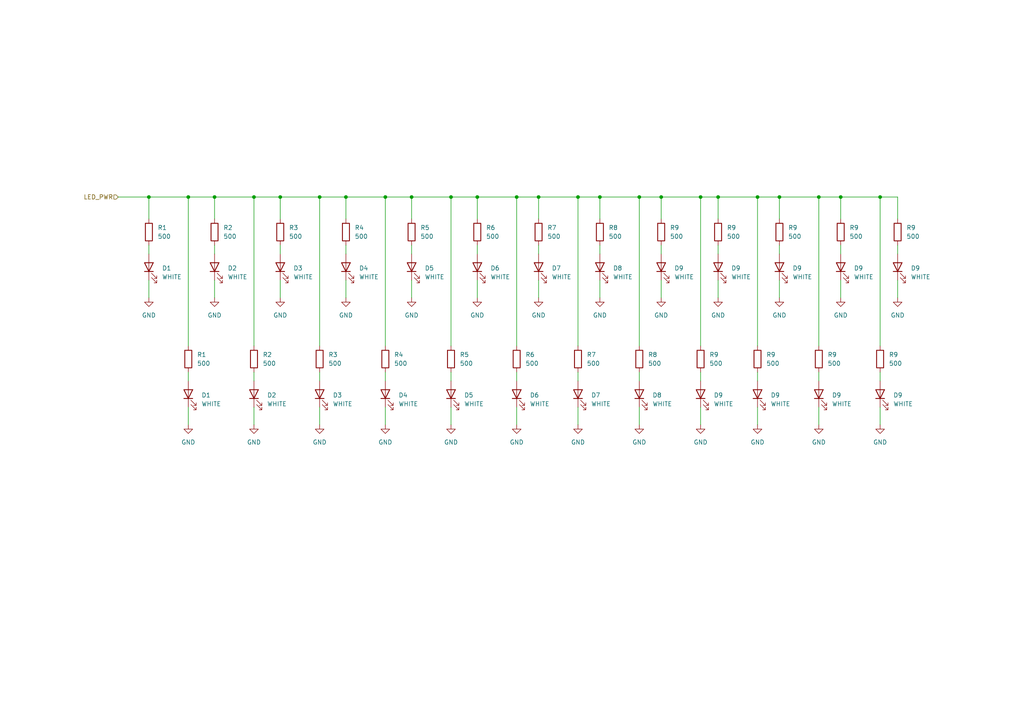
<source format=kicad_sch>
(kicad_sch (version 20230121) (generator eeschema)

  (uuid 6e5460b8-8d36-42c2-86f3-2fe20aac548c)

  (paper "A4")

  (lib_symbols
    (symbol "Device:LED" (pin_numbers hide) (pin_names (offset 1.016) hide) (in_bom yes) (on_board yes)
      (property "Reference" "D" (at 0 2.54 0)
        (effects (font (size 1.27 1.27)))
      )
      (property "Value" "LED" (at 0 -2.54 0)
        (effects (font (size 1.27 1.27)))
      )
      (property "Footprint" "" (at 0 0 0)
        (effects (font (size 1.27 1.27)) hide)
      )
      (property "Datasheet" "~" (at 0 0 0)
        (effects (font (size 1.27 1.27)) hide)
      )
      (property "ki_keywords" "LED diode" (at 0 0 0)
        (effects (font (size 1.27 1.27)) hide)
      )
      (property "ki_description" "Light emitting diode" (at 0 0 0)
        (effects (font (size 1.27 1.27)) hide)
      )
      (property "ki_fp_filters" "LED* LED_SMD:* LED_THT:*" (at 0 0 0)
        (effects (font (size 1.27 1.27)) hide)
      )
      (symbol "LED_0_1"
        (polyline
          (pts
            (xy -1.27 -1.27)
            (xy -1.27 1.27)
          )
          (stroke (width 0.254) (type default))
          (fill (type none))
        )
        (polyline
          (pts
            (xy -1.27 0)
            (xy 1.27 0)
          )
          (stroke (width 0) (type default))
          (fill (type none))
        )
        (polyline
          (pts
            (xy 1.27 -1.27)
            (xy 1.27 1.27)
            (xy -1.27 0)
            (xy 1.27 -1.27)
          )
          (stroke (width 0.254) (type default))
          (fill (type none))
        )
        (polyline
          (pts
            (xy -3.048 -0.762)
            (xy -4.572 -2.286)
            (xy -3.81 -2.286)
            (xy -4.572 -2.286)
            (xy -4.572 -1.524)
          )
          (stroke (width 0) (type default))
          (fill (type none))
        )
        (polyline
          (pts
            (xy -1.778 -0.762)
            (xy -3.302 -2.286)
            (xy -2.54 -2.286)
            (xy -3.302 -2.286)
            (xy -3.302 -1.524)
          )
          (stroke (width 0) (type default))
          (fill (type none))
        )
      )
      (symbol "LED_1_1"
        (pin passive line (at -3.81 0 0) (length 2.54)
          (name "K" (effects (font (size 1.27 1.27))))
          (number "1" (effects (font (size 1.27 1.27))))
        )
        (pin passive line (at 3.81 0 180) (length 2.54)
          (name "A" (effects (font (size 1.27 1.27))))
          (number "2" (effects (font (size 1.27 1.27))))
        )
      )
    )
    (symbol "Device:R" (pin_numbers hide) (pin_names (offset 0)) (in_bom yes) (on_board yes)
      (property "Reference" "R" (at 2.032 0 90)
        (effects (font (size 1.27 1.27)))
      )
      (property "Value" "R" (at 0 0 90)
        (effects (font (size 1.27 1.27)))
      )
      (property "Footprint" "" (at -1.778 0 90)
        (effects (font (size 1.27 1.27)) hide)
      )
      (property "Datasheet" "~" (at 0 0 0)
        (effects (font (size 1.27 1.27)) hide)
      )
      (property "ki_keywords" "R res resistor" (at 0 0 0)
        (effects (font (size 1.27 1.27)) hide)
      )
      (property "ki_description" "Resistor" (at 0 0 0)
        (effects (font (size 1.27 1.27)) hide)
      )
      (property "ki_fp_filters" "R_*" (at 0 0 0)
        (effects (font (size 1.27 1.27)) hide)
      )
      (symbol "R_0_1"
        (rectangle (start -1.016 -2.54) (end 1.016 2.54)
          (stroke (width 0.254) (type default))
          (fill (type none))
        )
      )
      (symbol "R_1_1"
        (pin passive line (at 0 3.81 270) (length 1.27)
          (name "~" (effects (font (size 1.27 1.27))))
          (number "1" (effects (font (size 1.27 1.27))))
        )
        (pin passive line (at 0 -3.81 90) (length 1.27)
          (name "~" (effects (font (size 1.27 1.27))))
          (number "2" (effects (font (size 1.27 1.27))))
        )
      )
    )
    (symbol "power:GND" (power) (pin_names (offset 0)) (in_bom yes) (on_board yes)
      (property "Reference" "#PWR" (at 0 -6.35 0)
        (effects (font (size 1.27 1.27)) hide)
      )
      (property "Value" "GND" (at 0 -3.81 0)
        (effects (font (size 1.27 1.27)))
      )
      (property "Footprint" "" (at 0 0 0)
        (effects (font (size 1.27 1.27)) hide)
      )
      (property "Datasheet" "" (at 0 0 0)
        (effects (font (size 1.27 1.27)) hide)
      )
      (property "ki_keywords" "global power" (at 0 0 0)
        (effects (font (size 1.27 1.27)) hide)
      )
      (property "ki_description" "Power symbol creates a global label with name \"GND\" , ground" (at 0 0 0)
        (effects (font (size 1.27 1.27)) hide)
      )
      (symbol "GND_0_1"
        (polyline
          (pts
            (xy 0 0)
            (xy 0 -1.27)
            (xy 1.27 -1.27)
            (xy 0 -2.54)
            (xy -1.27 -1.27)
            (xy 0 -1.27)
          )
          (stroke (width 0) (type default))
          (fill (type none))
        )
      )
      (symbol "GND_1_1"
        (pin power_in line (at 0 0 270) (length 0) hide
          (name "GND" (effects (font (size 1.27 1.27))))
          (number "1" (effects (font (size 1.27 1.27))))
        )
      )
    )
  )

  (junction (at 54.61 57.15) (diameter 0) (color 0 0 0 0)
    (uuid 022c447c-3b5f-40f0-8987-dfe72edec52a)
  )
  (junction (at 111.76 57.15) (diameter 0) (color 0 0 0 0)
    (uuid 0cd5805b-812d-4223-8fba-d98296770f40)
  )
  (junction (at 156.21 57.15) (diameter 0) (color 0 0 0 0)
    (uuid 141ba585-83a9-4948-b80d-0159b06fc931)
  )
  (junction (at 62.23 57.15) (diameter 0) (color 0 0 0 0)
    (uuid 27d5747a-4cf4-44d0-8f32-63a26a7c7a28)
  )
  (junction (at 185.42 57.15) (diameter 0) (color 0 0 0 0)
    (uuid 469c625b-d488-424f-8096-ad827643b643)
  )
  (junction (at 219.71 57.15) (diameter 0) (color 0 0 0 0)
    (uuid 55a5762f-47c2-4f81-90ea-1ae553d2f5f3)
  )
  (junction (at 237.49 57.15) (diameter 0) (color 0 0 0 0)
    (uuid 6954467b-8c70-4831-b283-021e7cc09897)
  )
  (junction (at 208.28 57.15) (diameter 0) (color 0 0 0 0)
    (uuid 6c37a17e-80f0-4f03-8cc5-d6e50ee7357e)
  )
  (junction (at 130.81 57.15) (diameter 0) (color 0 0 0 0)
    (uuid 71c923ae-445e-4d44-926e-5edab08ef108)
  )
  (junction (at 138.43 57.15) (diameter 0) (color 0 0 0 0)
    (uuid 7284ce3b-ef14-4642-9479-561a23eea4ae)
  )
  (junction (at 243.84 57.15) (diameter 0) (color 0 0 0 0)
    (uuid 7a1ff9de-25d8-4a96-bdfb-0f73048c5f1f)
  )
  (junction (at 167.64 57.15) (diameter 0) (color 0 0 0 0)
    (uuid 80f1a4b6-fa63-44da-a881-e9976f77efe4)
  )
  (junction (at 203.2 57.15) (diameter 0) (color 0 0 0 0)
    (uuid 830831ea-75bb-4394-b736-594b9b92d0b3)
  )
  (junction (at 81.28 57.15) (diameter 0) (color 0 0 0 0)
    (uuid 876b599a-f703-4889-81ec-a01ad65fb6ca)
  )
  (junction (at 100.33 57.15) (diameter 0) (color 0 0 0 0)
    (uuid 96751781-3763-43e8-87ad-39ae9a43ac7a)
  )
  (junction (at 92.71 57.15) (diameter 0) (color 0 0 0 0)
    (uuid b2b06f85-dd99-479b-9015-176a982b51ab)
  )
  (junction (at 191.77 57.15) (diameter 0) (color 0 0 0 0)
    (uuid ba9b8a56-a043-46bd-bd12-724af6e1df8d)
  )
  (junction (at 173.99 57.15) (diameter 0) (color 0 0 0 0)
    (uuid bc6c865c-b7cf-4485-8308-0708a6af89e5)
  )
  (junction (at 43.18 57.15) (diameter 0) (color 0 0 0 0)
    (uuid c0826aaa-89fd-491d-8236-9b0c2b519c06)
  )
  (junction (at 226.06 57.15) (diameter 0) (color 0 0 0 0)
    (uuid c0efe810-bfe0-4a5b-8545-041eb9a57c8f)
  )
  (junction (at 73.66 57.15) (diameter 0) (color 0 0 0 0)
    (uuid d2526551-8256-4f45-94df-c50648e6f272)
  )
  (junction (at 119.38 57.15) (diameter 0) (color 0 0 0 0)
    (uuid dedbd31f-b45c-45ff-a90a-f96624fa1995)
  )
  (junction (at 149.86 57.15) (diameter 0) (color 0 0 0 0)
    (uuid dfa95b76-b855-4d46-bcc2-7f01750bda64)
  )
  (junction (at 255.27 57.15) (diameter 0) (color 0 0 0 0)
    (uuid e2f88c78-d518-4c58-be06-7ac665910062)
  )

  (wire (pts (xy 62.23 71.12) (xy 62.23 73.66))
    (stroke (width 0) (type default))
    (uuid 0377cc26-3eec-43a2-aa1f-0744c167c19e)
  )
  (wire (pts (xy 100.33 71.12) (xy 100.33 73.66))
    (stroke (width 0) (type default))
    (uuid 0d74cf3e-63cb-4b03-a714-9d835931a3cb)
  )
  (wire (pts (xy 73.66 107.95) (xy 73.66 110.49))
    (stroke (width 0) (type default))
    (uuid 110a90ce-5cd6-4011-826b-b64537e5aa29)
  )
  (wire (pts (xy 226.06 71.12) (xy 226.06 73.66))
    (stroke (width 0) (type default))
    (uuid 11b6041f-c22e-4ec8-822b-8dced1049467)
  )
  (wire (pts (xy 185.42 57.15) (xy 191.77 57.15))
    (stroke (width 0) (type default))
    (uuid 127ac1c8-3595-47f8-b6e1-a4d9a1788832)
  )
  (wire (pts (xy 208.28 81.28) (xy 208.28 86.36))
    (stroke (width 0) (type default))
    (uuid 1400450e-f96f-4ebf-bad9-4368112b0ed2)
  )
  (wire (pts (xy 191.77 81.28) (xy 191.77 86.36))
    (stroke (width 0) (type default))
    (uuid 17999894-436f-410e-a061-3d2879ea9976)
  )
  (wire (pts (xy 119.38 57.15) (xy 119.38 63.5))
    (stroke (width 0) (type default))
    (uuid 181d9f8e-6c14-4018-8010-13d106dba87f)
  )
  (wire (pts (xy 81.28 71.12) (xy 81.28 73.66))
    (stroke (width 0) (type default))
    (uuid 184ca219-d4be-410d-bbb5-c21d3783bdfa)
  )
  (wire (pts (xy 260.35 57.15) (xy 260.35 63.5))
    (stroke (width 0) (type default))
    (uuid 1a549a8c-7c91-4744-bbd0-e87bab6a255d)
  )
  (wire (pts (xy 260.35 71.12) (xy 260.35 73.66))
    (stroke (width 0) (type default))
    (uuid 1c8c093c-d769-43f8-a245-efc093c4098c)
  )
  (wire (pts (xy 208.28 57.15) (xy 219.71 57.15))
    (stroke (width 0) (type default))
    (uuid 1dcbd02a-98a4-49a5-95c5-7d32a2e68fbc)
  )
  (wire (pts (xy 43.18 63.5) (xy 43.18 57.15))
    (stroke (width 0) (type default))
    (uuid 240054b7-596c-4b44-8ddd-ac58815cafdb)
  )
  (wire (pts (xy 111.76 57.15) (xy 119.38 57.15))
    (stroke (width 0) (type default))
    (uuid 24eed98f-b3af-4ba6-a51c-88beb779ab40)
  )
  (wire (pts (xy 255.27 118.11) (xy 255.27 123.19))
    (stroke (width 0) (type default))
    (uuid 2a146cfe-1379-4b40-be46-c3e83bd3afe0)
  )
  (wire (pts (xy 173.99 57.15) (xy 185.42 57.15))
    (stroke (width 0) (type default))
    (uuid 2d33d946-34a2-4736-9fef-10b07bf4ecd2)
  )
  (wire (pts (xy 81.28 81.28) (xy 81.28 86.36))
    (stroke (width 0) (type default))
    (uuid 3093d7a9-aa2a-4738-a98f-55ff9c042c57)
  )
  (wire (pts (xy 73.66 57.15) (xy 81.28 57.15))
    (stroke (width 0) (type default))
    (uuid 322f3c06-e064-4375-8b47-c5ef4fdec6bd)
  )
  (wire (pts (xy 138.43 81.28) (xy 138.43 86.36))
    (stroke (width 0) (type default))
    (uuid 339682a6-724b-4374-8bdb-edb304d501a6)
  )
  (wire (pts (xy 73.66 118.11) (xy 73.66 123.19))
    (stroke (width 0) (type default))
    (uuid 33c5663a-7367-4780-b1bc-56a0bd835546)
  )
  (wire (pts (xy 100.33 81.28) (xy 100.33 86.36))
    (stroke (width 0) (type default))
    (uuid 33e1bb42-9e66-419a-ae21-e371616f699e)
  )
  (wire (pts (xy 173.99 57.15) (xy 173.99 63.5))
    (stroke (width 0) (type default))
    (uuid 354d5eea-2214-4c45-90f2-95d225d33f1f)
  )
  (wire (pts (xy 92.71 118.11) (xy 92.71 123.19))
    (stroke (width 0) (type default))
    (uuid 394836a3-f188-4a12-96bb-0a3abc534c1f)
  )
  (wire (pts (xy 243.84 71.12) (xy 243.84 73.66))
    (stroke (width 0) (type default))
    (uuid 3be71b23-49a7-4e71-9f57-de6f94bb2cc4)
  )
  (wire (pts (xy 219.71 118.11) (xy 219.71 123.19))
    (stroke (width 0) (type default))
    (uuid 4649c213-df43-4234-ae1a-95945d4b4b6c)
  )
  (wire (pts (xy 226.06 57.15) (xy 226.06 63.5))
    (stroke (width 0) (type default))
    (uuid 48373533-dcdf-4d6b-98d4-d7f9b4847809)
  )
  (wire (pts (xy 100.33 57.15) (xy 111.76 57.15))
    (stroke (width 0) (type default))
    (uuid 4dbb91e5-7810-4d3f-8037-f044e53f65cd)
  )
  (wire (pts (xy 226.06 57.15) (xy 237.49 57.15))
    (stroke (width 0) (type default))
    (uuid 4f180e98-9439-4107-b3d0-4d109f006b5d)
  )
  (wire (pts (xy 149.86 107.95) (xy 149.86 110.49))
    (stroke (width 0) (type default))
    (uuid 4fed461e-d7b7-403d-83e1-6e5fe07f38cf)
  )
  (wire (pts (xy 73.66 57.15) (xy 73.66 100.33))
    (stroke (width 0) (type default))
    (uuid 5002b36d-182a-4e9f-ae7f-4373b09856c5)
  )
  (wire (pts (xy 92.71 57.15) (xy 92.71 100.33))
    (stroke (width 0) (type default))
    (uuid 53e0a32b-d7ea-4782-9574-eabe3a14f2a3)
  )
  (wire (pts (xy 43.18 71.12) (xy 43.18 73.66))
    (stroke (width 0) (type default))
    (uuid 5b5d8fbf-0224-48e5-9288-57efb5aabf08)
  )
  (wire (pts (xy 237.49 57.15) (xy 237.49 100.33))
    (stroke (width 0) (type default))
    (uuid 5e96054a-ed46-4bdc-9d16-d08afcc61b4f)
  )
  (wire (pts (xy 203.2 57.15) (xy 203.2 100.33))
    (stroke (width 0) (type default))
    (uuid 5f1a69ee-d742-47b9-a1b8-b3c129c7050b)
  )
  (wire (pts (xy 260.35 81.28) (xy 260.35 86.36))
    (stroke (width 0) (type default))
    (uuid 6202c982-306d-4593-b1da-4e270d660613)
  )
  (wire (pts (xy 156.21 81.28) (xy 156.21 86.36))
    (stroke (width 0) (type default))
    (uuid 6349ff1e-b89a-4350-b39f-2d4cc7911449)
  )
  (wire (pts (xy 62.23 57.15) (xy 73.66 57.15))
    (stroke (width 0) (type default))
    (uuid 697d8cc1-8486-4506-9968-7eb240c47bd2)
  )
  (wire (pts (xy 167.64 57.15) (xy 167.64 100.33))
    (stroke (width 0) (type default))
    (uuid 69b2b10f-5e51-4649-b007-cfa71470c286)
  )
  (wire (pts (xy 119.38 81.28) (xy 119.38 86.36))
    (stroke (width 0) (type default))
    (uuid 704a1a41-97a7-435a-ba38-e5e391459303)
  )
  (wire (pts (xy 149.86 57.15) (xy 149.86 100.33))
    (stroke (width 0) (type default))
    (uuid 70b4ab01-37e7-47d8-b849-fe1222a56ef4)
  )
  (wire (pts (xy 43.18 57.15) (xy 54.61 57.15))
    (stroke (width 0) (type default))
    (uuid 750d0b41-c2c4-4845-8166-bf1edc59ea1e)
  )
  (wire (pts (xy 119.38 57.15) (xy 130.81 57.15))
    (stroke (width 0) (type default))
    (uuid 77971e60-a04d-4411-a54d-58c5344ca915)
  )
  (wire (pts (xy 34.29 57.15) (xy 43.18 57.15))
    (stroke (width 0) (type default))
    (uuid 7d367960-0d9a-49cf-8442-7025134cda2d)
  )
  (wire (pts (xy 237.49 57.15) (xy 243.84 57.15))
    (stroke (width 0) (type default))
    (uuid 80092c28-eae5-4c8b-bdaf-060df0e093b1)
  )
  (wire (pts (xy 255.27 57.15) (xy 255.27 100.33))
    (stroke (width 0) (type default))
    (uuid 802ff27e-29e6-43eb-88a9-55f88de28781)
  )
  (wire (pts (xy 54.61 118.11) (xy 54.61 123.19))
    (stroke (width 0) (type default))
    (uuid 818ca2ea-675e-434a-bd9a-4613f67a73fb)
  )
  (wire (pts (xy 54.61 57.15) (xy 54.61 100.33))
    (stroke (width 0) (type default))
    (uuid 8b74723f-06f6-4af2-9981-d77e0a305546)
  )
  (wire (pts (xy 92.71 107.95) (xy 92.71 110.49))
    (stroke (width 0) (type default))
    (uuid 8bda784d-3bec-4ee5-926e-4197212c7b26)
  )
  (wire (pts (xy 203.2 118.11) (xy 203.2 123.19))
    (stroke (width 0) (type default))
    (uuid 8f882c5b-fada-4cd8-b060-eb2210cdaa2a)
  )
  (wire (pts (xy 43.18 81.28) (xy 43.18 86.36))
    (stroke (width 0) (type default))
    (uuid 8fd7a3d2-3a3a-468b-ae18-c07ba37fac23)
  )
  (wire (pts (xy 243.84 81.28) (xy 243.84 86.36))
    (stroke (width 0) (type default))
    (uuid 911aedda-9f4f-409c-9cd4-717af46cfd7e)
  )
  (wire (pts (xy 173.99 81.28) (xy 173.99 86.36))
    (stroke (width 0) (type default))
    (uuid 9198189f-395b-4350-8a16-36459bc99402)
  )
  (wire (pts (xy 243.84 57.15) (xy 255.27 57.15))
    (stroke (width 0) (type default))
    (uuid 92c2e358-fb13-4eba-b7c9-0c58f6f9c6f9)
  )
  (wire (pts (xy 219.71 57.15) (xy 226.06 57.15))
    (stroke (width 0) (type default))
    (uuid 97ac9113-2e13-4cfa-a5ec-eee043a57143)
  )
  (wire (pts (xy 100.33 57.15) (xy 100.33 63.5))
    (stroke (width 0) (type default))
    (uuid 9de1e0dc-3d4b-4af9-b782-5ae28f1f53cc)
  )
  (wire (pts (xy 130.81 57.15) (xy 138.43 57.15))
    (stroke (width 0) (type default))
    (uuid a29b1c4d-0f26-4dbb-a203-70f2d1e3c05e)
  )
  (wire (pts (xy 62.23 57.15) (xy 62.23 63.5))
    (stroke (width 0) (type default))
    (uuid a4048d89-e896-4e83-9bcf-8f174855c60a)
  )
  (wire (pts (xy 219.71 107.95) (xy 219.71 110.49))
    (stroke (width 0) (type default))
    (uuid a60f1b4b-126c-46a3-82df-ae62ce62194f)
  )
  (wire (pts (xy 208.28 57.15) (xy 208.28 63.5))
    (stroke (width 0) (type default))
    (uuid a70deac6-5ecf-4478-bbc5-9bdac1b4df93)
  )
  (wire (pts (xy 156.21 57.15) (xy 167.64 57.15))
    (stroke (width 0) (type default))
    (uuid a9d94b5d-a48f-4278-adfc-17d802fe64dd)
  )
  (wire (pts (xy 54.61 107.95) (xy 54.61 110.49))
    (stroke (width 0) (type default))
    (uuid ab118e48-ebbf-446d-9335-14bd8870f972)
  )
  (wire (pts (xy 255.27 57.15) (xy 260.35 57.15))
    (stroke (width 0) (type default))
    (uuid ab9c2cbf-f7fe-4aa1-bffd-50ff9e8c1be2)
  )
  (wire (pts (xy 130.81 100.33) (xy 130.81 57.15))
    (stroke (width 0) (type default))
    (uuid afc806e4-aa9c-44da-a676-d90a5ccebdf6)
  )
  (wire (pts (xy 111.76 107.95) (xy 111.76 110.49))
    (stroke (width 0) (type default))
    (uuid afd0121b-6483-465c-86c9-f6a723afc04d)
  )
  (wire (pts (xy 138.43 57.15) (xy 138.43 63.5))
    (stroke (width 0) (type default))
    (uuid b2625967-f28e-4a8e-85f7-28f7a8311cb8)
  )
  (wire (pts (xy 119.38 71.12) (xy 119.38 73.66))
    (stroke (width 0) (type default))
    (uuid b30ac3e6-4dc8-4ebe-aca4-4a4c17f96eef)
  )
  (wire (pts (xy 92.71 57.15) (xy 100.33 57.15))
    (stroke (width 0) (type default))
    (uuid b43ef1ca-997b-48c7-a974-8282e1d4b100)
  )
  (wire (pts (xy 138.43 57.15) (xy 149.86 57.15))
    (stroke (width 0) (type default))
    (uuid b639d953-15f1-42b1-9cd6-455e13bc9365)
  )
  (wire (pts (xy 203.2 57.15) (xy 208.28 57.15))
    (stroke (width 0) (type default))
    (uuid b6eba035-7e11-41c4-b797-7f9eed17de54)
  )
  (wire (pts (xy 255.27 107.95) (xy 255.27 110.49))
    (stroke (width 0) (type default))
    (uuid b73b781e-3605-484e-b6f4-a2c1cd173c31)
  )
  (wire (pts (xy 149.86 118.11) (xy 149.86 123.19))
    (stroke (width 0) (type default))
    (uuid b78835a3-30eb-4c29-94f5-e795ee899805)
  )
  (wire (pts (xy 149.86 57.15) (xy 156.21 57.15))
    (stroke (width 0) (type default))
    (uuid b91d98be-b55e-411a-b339-4313bcc596fd)
  )
  (wire (pts (xy 81.28 57.15) (xy 81.28 63.5))
    (stroke (width 0) (type default))
    (uuid be2f8120-acaf-4cab-810a-4d584063ddcc)
  )
  (wire (pts (xy 191.77 57.15) (xy 191.77 63.5))
    (stroke (width 0) (type default))
    (uuid bf2a6e16-350b-499f-8228-22fc9ccdc38d)
  )
  (wire (pts (xy 54.61 57.15) (xy 62.23 57.15))
    (stroke (width 0) (type default))
    (uuid bf9b470b-9e4c-45f5-8256-a5bcf4f1154b)
  )
  (wire (pts (xy 130.81 107.95) (xy 130.81 110.49))
    (stroke (width 0) (type default))
    (uuid c7c920cf-8af0-4c0f-976b-a77d45eb6a56)
  )
  (wire (pts (xy 167.64 57.15) (xy 173.99 57.15))
    (stroke (width 0) (type default))
    (uuid c8ef62fb-9560-4667-9066-1e64bbcd6a5c)
  )
  (wire (pts (xy 208.28 71.12) (xy 208.28 73.66))
    (stroke (width 0) (type default))
    (uuid d235a42b-b9ca-4754-82a3-6cc9b53a35e2)
  )
  (wire (pts (xy 185.42 57.15) (xy 185.42 100.33))
    (stroke (width 0) (type default))
    (uuid d2cc8259-f402-49ac-8c24-e6e39a257a94)
  )
  (wire (pts (xy 191.77 57.15) (xy 203.2 57.15))
    (stroke (width 0) (type default))
    (uuid d5a76d2a-cddb-4d7c-9ca1-76b714848aa5)
  )
  (wire (pts (xy 185.42 107.95) (xy 185.42 110.49))
    (stroke (width 0) (type default))
    (uuid d6083a87-bef8-402a-8051-38083200d122)
  )
  (wire (pts (xy 156.21 71.12) (xy 156.21 73.66))
    (stroke (width 0) (type default))
    (uuid d77cb62b-41e9-48f0-a126-eb596cb59bd2)
  )
  (wire (pts (xy 111.76 57.15) (xy 111.76 100.33))
    (stroke (width 0) (type default))
    (uuid da45a974-3dbe-4642-8338-469cd93ef80b)
  )
  (wire (pts (xy 191.77 71.12) (xy 191.77 73.66))
    (stroke (width 0) (type default))
    (uuid da49927b-7352-43f2-b8c5-d317ff3ab2e2)
  )
  (wire (pts (xy 243.84 57.15) (xy 243.84 63.5))
    (stroke (width 0) (type default))
    (uuid dc351a37-5655-4340-9b7c-ba8edc175ac0)
  )
  (wire (pts (xy 185.42 118.11) (xy 185.42 123.19))
    (stroke (width 0) (type default))
    (uuid dd1d864d-d990-45d4-aa8c-f7acd35788fa)
  )
  (wire (pts (xy 226.06 81.28) (xy 226.06 86.36))
    (stroke (width 0) (type default))
    (uuid dd92b424-51bb-4c39-ac5d-e51d5a3d934a)
  )
  (wire (pts (xy 219.71 57.15) (xy 219.71 100.33))
    (stroke (width 0) (type default))
    (uuid dff42e57-efab-4b46-ad30-3f3f3c7b6bed)
  )
  (wire (pts (xy 237.49 118.11) (xy 237.49 123.19))
    (stroke (width 0) (type default))
    (uuid e650db6d-d40f-4a5e-b24c-fd4b45821585)
  )
  (wire (pts (xy 173.99 71.12) (xy 173.99 73.66))
    (stroke (width 0) (type default))
    (uuid e692d98c-07c2-4250-9c2d-5ab0c0451f9c)
  )
  (wire (pts (xy 167.64 107.95) (xy 167.64 110.49))
    (stroke (width 0) (type default))
    (uuid eb574845-680c-49ca-8df2-f6a738c52f00)
  )
  (wire (pts (xy 111.76 118.11) (xy 111.76 123.19))
    (stroke (width 0) (type default))
    (uuid edef969c-52b2-4dd8-8ae7-80c64d564597)
  )
  (wire (pts (xy 130.81 118.11) (xy 130.81 123.19))
    (stroke (width 0) (type default))
    (uuid f1eb6444-b45b-4c9b-b1e3-e4fecf4b4df3)
  )
  (wire (pts (xy 138.43 71.12) (xy 138.43 73.66))
    (stroke (width 0) (type default))
    (uuid f35f0a44-d8ab-4554-8035-66bb56f585d0)
  )
  (wire (pts (xy 167.64 118.11) (xy 167.64 123.19))
    (stroke (width 0) (type default))
    (uuid f6b54716-33b9-462f-9de1-fa062daff5aa)
  )
  (wire (pts (xy 203.2 107.95) (xy 203.2 110.49))
    (stroke (width 0) (type default))
    (uuid f6bc9a6d-4d8b-40e2-8407-5e5fafca72eb)
  )
  (wire (pts (xy 62.23 81.28) (xy 62.23 86.36))
    (stroke (width 0) (type default))
    (uuid f86d6fe0-82cf-4630-9594-40d32588b92e)
  )
  (wire (pts (xy 81.28 57.15) (xy 92.71 57.15))
    (stroke (width 0) (type default))
    (uuid f9e6cc1d-7e45-4d4f-a72b-1f2ccad96692)
  )
  (wire (pts (xy 156.21 57.15) (xy 156.21 63.5))
    (stroke (width 0) (type default))
    (uuid fbb11d20-75e1-4e13-b660-ef7ee022af22)
  )
  (wire (pts (xy 237.49 107.95) (xy 237.49 110.49))
    (stroke (width 0) (type default))
    (uuid fbeed4e9-a472-4ae6-86c3-2ae277830c8c)
  )

  (hierarchical_label "LED_PWR" (shape input) (at 34.29 57.15 180) (fields_autoplaced)
    (effects (font (size 1.27 1.27)) (justify right))
    (uuid ff214090-edd4-4cae-9494-6e5ae2537150)
  )

  (symbol (lib_id "Device:LED") (at 237.49 114.3 90) (unit 1)
    (in_bom yes) (on_board yes) (dnp no) (fields_autoplaced)
    (uuid 00573017-52f1-4a38-889b-a5c5a2034002)
    (property "Reference" "D9" (at 241.3 114.6175 90)
      (effects (font (size 1.27 1.27)) (justify right))
    )
    (property "Value" "WHITE" (at 241.3 117.1575 90)
      (effects (font (size 1.27 1.27)) (justify right))
    )
    (property "Footprint" "Diode_SMD:D_0603_1608Metric" (at 237.49 114.3 0)
      (effects (font (size 1.27 1.27)) hide)
    )
    (property "Datasheet" "~" (at 237.49 114.3 0)
      (effects (font (size 1.27 1.27)) hide)
    )
    (pin "1" (uuid 419b0f47-6c06-47fd-a40f-6c91458a9349))
    (pin "2" (uuid c853b2d6-f2be-47bb-b9e1-8f5286aa483f))
    (instances
      (project "v1"
        (path "/49694771-7942-42f9-b994-64bce0ef5026"
          (reference "D9") (unit 1)
        )
      )
      (project "v3"
        (path "/ddbc896e-66d6-4622-8a61-6aa5f65e6ad4"
          (reference "D9") (unit 1)
        )
        (path "/ddbc896e-66d6-4622-8a61-6aa5f65e6ad4/4b258409-4fa9-424d-b798-2d21b9277384"
          (reference "D24") (unit 1)
        )
      )
    )
  )

  (symbol (lib_id "Device:LED") (at 92.71 114.3 90) (unit 1)
    (in_bom yes) (on_board yes) (dnp no) (fields_autoplaced)
    (uuid 048a731a-02bb-42f3-94f3-7a074f2959a1)
    (property "Reference" "D3" (at 96.52 114.6175 90)
      (effects (font (size 1.27 1.27)) (justify right))
    )
    (property "Value" "WHITE" (at 96.52 117.1575 90)
      (effects (font (size 1.27 1.27)) (justify right))
    )
    (property "Footprint" "Diode_SMD:D_0603_1608Metric" (at 92.71 114.3 0)
      (effects (font (size 1.27 1.27)) hide)
    )
    (property "Datasheet" "~" (at 92.71 114.3 0)
      (effects (font (size 1.27 1.27)) hide)
    )
    (pin "1" (uuid 852b278e-a25b-49d4-95ba-6ec91a74c813))
    (pin "2" (uuid 02d0d555-15a4-47ba-b047-b8983a1e4f5d))
    (instances
      (project "v1"
        (path "/49694771-7942-42f9-b994-64bce0ef5026"
          (reference "D3") (unit 1)
        )
      )
      (project "v3"
        (path "/ddbc896e-66d6-4622-8a61-6aa5f65e6ad4"
          (reference "D3") (unit 1)
        )
        (path "/ddbc896e-66d6-4622-8a61-6aa5f65e6ad4/4b258409-4fa9-424d-b798-2d21b9277384"
          (reference "D16") (unit 1)
        )
      )
    )
  )

  (symbol (lib_id "Device:LED") (at 191.77 77.47 90) (unit 1)
    (in_bom yes) (on_board yes) (dnp no) (fields_autoplaced)
    (uuid 0a998fef-3fdc-42e5-a8b7-f85428945567)
    (property "Reference" "D9" (at 195.58 77.7875 90)
      (effects (font (size 1.27 1.27)) (justify right))
    )
    (property "Value" "WHITE" (at 195.58 80.3275 90)
      (effects (font (size 1.27 1.27)) (justify right))
    )
    (property "Footprint" "Diode_SMD:D_0603_1608Metric" (at 191.77 77.47 0)
      (effects (font (size 1.27 1.27)) hide)
    )
    (property "Datasheet" "~" (at 191.77 77.47 0)
      (effects (font (size 1.27 1.27)) hide)
    )
    (pin "1" (uuid 649af7cc-f69e-4f7e-8025-00734995593c))
    (pin "2" (uuid 84638514-f32f-41f1-9449-46a8b897ec32))
    (instances
      (project "v1"
        (path "/49694771-7942-42f9-b994-64bce0ef5026"
          (reference "D9") (unit 1)
        )
      )
      (project "v3"
        (path "/ddbc896e-66d6-4622-8a61-6aa5f65e6ad4"
          (reference "D9") (unit 1)
        )
        (path "/ddbc896e-66d6-4622-8a61-6aa5f65e6ad4/4b258409-4fa9-424d-b798-2d21b9277384"
          (reference "D9") (unit 1)
        )
      )
    )
  )

  (symbol (lib_id "power:GND") (at 138.43 86.36 0) (unit 1)
    (in_bom yes) (on_board yes) (dnp no) (fields_autoplaced)
    (uuid 0ba474f4-5ce7-43e8-8a2f-1bcff06e7ae4)
    (property "Reference" "#PWR010" (at 138.43 92.71 0)
      (effects (font (size 1.27 1.27)) hide)
    )
    (property "Value" "GND" (at 138.43 91.44 0)
      (effects (font (size 1.27 1.27)))
    )
    (property "Footprint" "" (at 138.43 86.36 0)
      (effects (font (size 1.27 1.27)) hide)
    )
    (property "Datasheet" "" (at 138.43 86.36 0)
      (effects (font (size 1.27 1.27)) hide)
    )
    (pin "1" (uuid ee57f8f1-5f36-4b3b-b5e9-500297c1c259))
    (instances
      (project "v1"
        (path "/49694771-7942-42f9-b994-64bce0ef5026"
          (reference "#PWR010") (unit 1)
        )
      )
      (project "v3"
        (path "/ddbc896e-66d6-4622-8a61-6aa5f65e6ad4"
          (reference "#PWR015") (unit 1)
        )
        (path "/ddbc896e-66d6-4622-8a61-6aa5f65e6ad4/4b258409-4fa9-424d-b798-2d21b9277384"
          (reference "#PWR017") (unit 1)
        )
      )
    )
  )

  (symbol (lib_id "Device:LED") (at 226.06 77.47 90) (unit 1)
    (in_bom yes) (on_board yes) (dnp no) (fields_autoplaced)
    (uuid 0c442f56-c5b6-4e4b-8471-c7c463994c45)
    (property "Reference" "D9" (at 229.87 77.7875 90)
      (effects (font (size 1.27 1.27)) (justify right))
    )
    (property "Value" "WHITE" (at 229.87 80.3275 90)
      (effects (font (size 1.27 1.27)) (justify right))
    )
    (property "Footprint" "Diode_SMD:D_0603_1608Metric" (at 226.06 77.47 0)
      (effects (font (size 1.27 1.27)) hide)
    )
    (property "Datasheet" "~" (at 226.06 77.47 0)
      (effects (font (size 1.27 1.27)) hide)
    )
    (pin "1" (uuid 8f224982-542c-4b43-91ed-150e42d5e62b))
    (pin "2" (uuid 7a769de8-7c26-4f51-ba26-bd2a5be03165))
    (instances
      (project "v1"
        (path "/49694771-7942-42f9-b994-64bce0ef5026"
          (reference "D9") (unit 1)
        )
      )
      (project "v3"
        (path "/ddbc896e-66d6-4622-8a61-6aa5f65e6ad4"
          (reference "D9") (unit 1)
        )
        (path "/ddbc896e-66d6-4622-8a61-6aa5f65e6ad4/4b258409-4fa9-424d-b798-2d21b9277384"
          (reference "D11") (unit 1)
        )
      )
    )
  )

  (symbol (lib_id "Device:LED") (at 62.23 77.47 90) (unit 1)
    (in_bom yes) (on_board yes) (dnp no) (fields_autoplaced)
    (uuid 0cd60921-f7e3-430a-80c0-3935f8810dbc)
    (property "Reference" "D2" (at 66.04 77.7875 90)
      (effects (font (size 1.27 1.27)) (justify right))
    )
    (property "Value" "WHITE" (at 66.04 80.3275 90)
      (effects (font (size 1.27 1.27)) (justify right))
    )
    (property "Footprint" "Diode_SMD:D_0603_1608Metric" (at 62.23 77.47 0)
      (effects (font (size 1.27 1.27)) hide)
    )
    (property "Datasheet" "~" (at 62.23 77.47 0)
      (effects (font (size 1.27 1.27)) hide)
    )
    (pin "1" (uuid 60662ad3-eb81-4e10-ac6e-5f40c51bd2e1))
    (pin "2" (uuid 70df11f9-6853-4835-9fe5-edabcd7156ed))
    (instances
      (project "v1"
        (path "/49694771-7942-42f9-b994-64bce0ef5026"
          (reference "D2") (unit 1)
        )
      )
      (project "v3"
        (path "/ddbc896e-66d6-4622-8a61-6aa5f65e6ad4"
          (reference "D2") (unit 1)
        )
        (path "/ddbc896e-66d6-4622-8a61-6aa5f65e6ad4/4b258409-4fa9-424d-b798-2d21b9277384"
          (reference "D2") (unit 1)
        )
      )
    )
  )

  (symbol (lib_id "Device:R") (at 149.86 104.14 0) (unit 1)
    (in_bom yes) (on_board yes) (dnp no) (fields_autoplaced)
    (uuid 11e5cec1-c969-4a35-ba8e-f0c4e3da5a53)
    (property "Reference" "R6" (at 152.4 102.87 0)
      (effects (font (size 1.27 1.27)) (justify left))
    )
    (property "Value" "500" (at 152.4 105.41 0)
      (effects (font (size 1.27 1.27)) (justify left))
    )
    (property "Footprint" "Resistor_SMD:R_0805_2012Metric" (at 148.082 104.14 90)
      (effects (font (size 1.27 1.27)) hide)
    )
    (property "Datasheet" "~" (at 149.86 104.14 0)
      (effects (font (size 1.27 1.27)) hide)
    )
    (pin "1" (uuid d3c5b3a4-4d2c-4bda-ad3c-26c82ed9302e))
    (pin "2" (uuid 7f64615e-5f23-45ff-b2f7-f0b96a7085d3))
    (instances
      (project "v1"
        (path "/49694771-7942-42f9-b994-64bce0ef5026"
          (reference "R6") (unit 1)
        )
      )
      (project "v3"
        (path "/ddbc896e-66d6-4622-8a61-6aa5f65e6ad4"
          (reference "R10") (unit 1)
        )
        (path "/ddbc896e-66d6-4622-8a61-6aa5f65e6ad4/4b258409-4fa9-424d-b798-2d21b9277384"
          (reference "R23") (unit 1)
        )
      )
    )
  )

  (symbol (lib_id "power:GND") (at 167.64 123.19 0) (unit 1)
    (in_bom yes) (on_board yes) (dnp no) (fields_autoplaced)
    (uuid 13b073ab-57b5-441f-9658-bf587c1eed5b)
    (property "Reference" "#PWR011" (at 167.64 129.54 0)
      (effects (font (size 1.27 1.27)) hide)
    )
    (property "Value" "GND" (at 167.64 128.27 0)
      (effects (font (size 1.27 1.27)))
    )
    (property "Footprint" "" (at 167.64 123.19 0)
      (effects (font (size 1.27 1.27)) hide)
    )
    (property "Datasheet" "" (at 167.64 123.19 0)
      (effects (font (size 1.27 1.27)) hide)
    )
    (pin "1" (uuid 459d804e-f785-4cbe-baed-d83395e35892))
    (instances
      (project "v1"
        (path "/49694771-7942-42f9-b994-64bce0ef5026"
          (reference "#PWR011") (unit 1)
        )
      )
      (project "v3"
        (path "/ddbc896e-66d6-4622-8a61-6aa5f65e6ad4"
          (reference "#PWR016") (unit 1)
        )
        (path "/ddbc896e-66d6-4622-8a61-6aa5f65e6ad4/4b258409-4fa9-424d-b798-2d21b9277384"
          (reference "#PWR031") (unit 1)
        )
      )
    )
  )

  (symbol (lib_id "power:GND") (at 54.61 123.19 0) (unit 1)
    (in_bom yes) (on_board yes) (dnp no) (fields_autoplaced)
    (uuid 16dffbd1-626c-4de4-8b65-e512be9cb95a)
    (property "Reference" "#PWR05" (at 54.61 129.54 0)
      (effects (font (size 1.27 1.27)) hide)
    )
    (property "Value" "GND" (at 54.61 128.27 0)
      (effects (font (size 1.27 1.27)))
    )
    (property "Footprint" "" (at 54.61 123.19 0)
      (effects (font (size 1.27 1.27)) hide)
    )
    (property "Datasheet" "" (at 54.61 123.19 0)
      (effects (font (size 1.27 1.27)) hide)
    )
    (pin "1" (uuid 29c63db0-4a2c-4cd1-a131-4a6186fd1e59))
    (instances
      (project "v1"
        (path "/49694771-7942-42f9-b994-64bce0ef5026"
          (reference "#PWR05") (unit 1)
        )
      )
      (project "v3"
        (path "/ddbc896e-66d6-4622-8a61-6aa5f65e6ad4"
          (reference "#PWR010") (unit 1)
        )
        (path "/ddbc896e-66d6-4622-8a61-6aa5f65e6ad4/4b258409-4fa9-424d-b798-2d21b9277384"
          (reference "#PWR025") (unit 1)
        )
      )
    )
  )

  (symbol (lib_id "power:GND") (at 208.28 86.36 0) (unit 1)
    (in_bom yes) (on_board yes) (dnp no) (fields_autoplaced)
    (uuid 1824e4e9-8f8d-4425-ba6c-ffa1aa3f0c91)
    (property "Reference" "#PWR013" (at 208.28 92.71 0)
      (effects (font (size 1.27 1.27)) hide)
    )
    (property "Value" "GND" (at 208.28 91.44 0)
      (effects (font (size 1.27 1.27)))
    )
    (property "Footprint" "" (at 208.28 86.36 0)
      (effects (font (size 1.27 1.27)) hide)
    )
    (property "Datasheet" "" (at 208.28 86.36 0)
      (effects (font (size 1.27 1.27)) hide)
    )
    (pin "1" (uuid 229e2626-8cc4-48ee-90e2-48147759545f))
    (instances
      (project "v1"
        (path "/49694771-7942-42f9-b994-64bce0ef5026"
          (reference "#PWR013") (unit 1)
        )
      )
      (project "v3"
        (path "/ddbc896e-66d6-4622-8a61-6aa5f65e6ad4"
          (reference "#PWR018") (unit 1)
        )
        (path "/ddbc896e-66d6-4622-8a61-6aa5f65e6ad4/4b258409-4fa9-424d-b798-2d21b9277384"
          (reference "#PWR021") (unit 1)
        )
      )
    )
  )

  (symbol (lib_id "Device:LED") (at 167.64 114.3 90) (unit 1)
    (in_bom yes) (on_board yes) (dnp no) (fields_autoplaced)
    (uuid 1a579c1c-5b53-482e-bf5b-9a9eb08a35d4)
    (property "Reference" "D7" (at 171.45 114.6175 90)
      (effects (font (size 1.27 1.27)) (justify right))
    )
    (property "Value" "WHITE" (at 171.45 117.1575 90)
      (effects (font (size 1.27 1.27)) (justify right))
    )
    (property "Footprint" "Diode_SMD:D_0603_1608Metric" (at 167.64 114.3 0)
      (effects (font (size 1.27 1.27)) hide)
    )
    (property "Datasheet" "~" (at 167.64 114.3 0)
      (effects (font (size 1.27 1.27)) hide)
    )
    (pin "1" (uuid eadda779-9942-4575-9a20-4702103eebab))
    (pin "2" (uuid b3661e53-7403-4265-988e-52268cbb76c5))
    (instances
      (project "v1"
        (path "/49694771-7942-42f9-b994-64bce0ef5026"
          (reference "D7") (unit 1)
        )
      )
      (project "v3"
        (path "/ddbc896e-66d6-4622-8a61-6aa5f65e6ad4"
          (reference "D7") (unit 1)
        )
        (path "/ddbc896e-66d6-4622-8a61-6aa5f65e6ad4/4b258409-4fa9-424d-b798-2d21b9277384"
          (reference "D20") (unit 1)
        )
      )
    )
  )

  (symbol (lib_id "Device:R") (at 81.28 67.31 0) (unit 1)
    (in_bom yes) (on_board yes) (dnp no) (fields_autoplaced)
    (uuid 1ad9461e-019c-4cb8-bdb0-2c0fabbd1028)
    (property "Reference" "R3" (at 83.82 66.04 0)
      (effects (font (size 1.27 1.27)) (justify left))
    )
    (property "Value" "500" (at 83.82 68.58 0)
      (effects (font (size 1.27 1.27)) (justify left))
    )
    (property "Footprint" "Resistor_SMD:R_0805_2012Metric" (at 79.502 67.31 90)
      (effects (font (size 1.27 1.27)) hide)
    )
    (property "Datasheet" "~" (at 81.28 67.31 0)
      (effects (font (size 1.27 1.27)) hide)
    )
    (pin "1" (uuid d7b20b11-7ab1-469b-8a8b-6f78c7c05f0a))
    (pin "2" (uuid d372a39d-a767-4d3c-9d16-0430b596a692))
    (instances
      (project "v1"
        (path "/49694771-7942-42f9-b994-64bce0ef5026"
          (reference "R3") (unit 1)
        )
      )
      (project "v3"
        (path "/ddbc896e-66d6-4622-8a61-6aa5f65e6ad4"
          (reference "R7") (unit 1)
        )
        (path "/ddbc896e-66d6-4622-8a61-6aa5f65e6ad4/4b258409-4fa9-424d-b798-2d21b9277384"
          (reference "R7") (unit 1)
        )
      )
    )
  )

  (symbol (lib_id "Device:R") (at 167.64 104.14 0) (unit 1)
    (in_bom yes) (on_board yes) (dnp no) (fields_autoplaced)
    (uuid 1e289d68-61e0-4354-b6a8-23f5608aaad7)
    (property "Reference" "R7" (at 170.18 102.87 0)
      (effects (font (size 1.27 1.27)) (justify left))
    )
    (property "Value" "500" (at 170.18 105.41 0)
      (effects (font (size 1.27 1.27)) (justify left))
    )
    (property "Footprint" "Resistor_SMD:R_0805_2012Metric" (at 165.862 104.14 90)
      (effects (font (size 1.27 1.27)) hide)
    )
    (property "Datasheet" "~" (at 167.64 104.14 0)
      (effects (font (size 1.27 1.27)) hide)
    )
    (pin "1" (uuid a708d192-b5cb-4ddc-97c1-b96450176f4f))
    (pin "2" (uuid 58c2402e-5b9b-4ed4-ad4e-166ea5fd8745))
    (instances
      (project "v1"
        (path "/49694771-7942-42f9-b994-64bce0ef5026"
          (reference "R7") (unit 1)
        )
      )
      (project "v3"
        (path "/ddbc896e-66d6-4622-8a61-6aa5f65e6ad4"
          (reference "R11") (unit 1)
        )
        (path "/ddbc896e-66d6-4622-8a61-6aa5f65e6ad4/4b258409-4fa9-424d-b798-2d21b9277384"
          (reference "R24") (unit 1)
        )
      )
    )
  )

  (symbol (lib_id "power:GND") (at 149.86 123.19 0) (unit 1)
    (in_bom yes) (on_board yes) (dnp no) (fields_autoplaced)
    (uuid 256a34c3-a2d1-4e80-bace-d8218f86428d)
    (property "Reference" "#PWR010" (at 149.86 129.54 0)
      (effects (font (size 1.27 1.27)) hide)
    )
    (property "Value" "GND" (at 149.86 128.27 0)
      (effects (font (size 1.27 1.27)))
    )
    (property "Footprint" "" (at 149.86 123.19 0)
      (effects (font (size 1.27 1.27)) hide)
    )
    (property "Datasheet" "" (at 149.86 123.19 0)
      (effects (font (size 1.27 1.27)) hide)
    )
    (pin "1" (uuid a2bf6eda-0887-4036-9bbd-72ded44cba7e))
    (instances
      (project "v1"
        (path "/49694771-7942-42f9-b994-64bce0ef5026"
          (reference "#PWR010") (unit 1)
        )
      )
      (project "v3"
        (path "/ddbc896e-66d6-4622-8a61-6aa5f65e6ad4"
          (reference "#PWR015") (unit 1)
        )
        (path "/ddbc896e-66d6-4622-8a61-6aa5f65e6ad4/4b258409-4fa9-424d-b798-2d21b9277384"
          (reference "#PWR030") (unit 1)
        )
      )
    )
  )

  (symbol (lib_id "Device:R") (at 237.49 104.14 0) (unit 1)
    (in_bom yes) (on_board yes) (dnp no) (fields_autoplaced)
    (uuid 296aea1d-0fbf-404b-8b2f-6bf8b04918ed)
    (property "Reference" "R9" (at 240.03 102.87 0)
      (effects (font (size 1.27 1.27)) (justify left))
    )
    (property "Value" "500" (at 240.03 105.41 0)
      (effects (font (size 1.27 1.27)) (justify left))
    )
    (property "Footprint" "Resistor_SMD:R_0805_2012Metric" (at 235.712 104.14 90)
      (effects (font (size 1.27 1.27)) hide)
    )
    (property "Datasheet" "~" (at 237.49 104.14 0)
      (effects (font (size 1.27 1.27)) hide)
    )
    (pin "1" (uuid ad2b5ec3-84b1-454f-926f-6f0b3feb92d2))
    (pin "2" (uuid 877191dd-89d7-4d9e-98a5-789fb36ffb88))
    (instances
      (project "v1"
        (path "/49694771-7942-42f9-b994-64bce0ef5026"
          (reference "R9") (unit 1)
        )
      )
      (project "v3"
        (path "/ddbc896e-66d6-4622-8a61-6aa5f65e6ad4"
          (reference "R13") (unit 1)
        )
        (path "/ddbc896e-66d6-4622-8a61-6aa5f65e6ad4/4b258409-4fa9-424d-b798-2d21b9277384"
          (reference "R28") (unit 1)
        )
      )
    )
  )

  (symbol (lib_id "Device:LED") (at 243.84 77.47 90) (unit 1)
    (in_bom yes) (on_board yes) (dnp no) (fields_autoplaced)
    (uuid 2d76e19d-6552-4035-a9f1-2671195aa44d)
    (property "Reference" "D9" (at 247.65 77.7875 90)
      (effects (font (size 1.27 1.27)) (justify right))
    )
    (property "Value" "WHITE" (at 247.65 80.3275 90)
      (effects (font (size 1.27 1.27)) (justify right))
    )
    (property "Footprint" "Diode_SMD:D_0603_1608Metric" (at 243.84 77.47 0)
      (effects (font (size 1.27 1.27)) hide)
    )
    (property "Datasheet" "~" (at 243.84 77.47 0)
      (effects (font (size 1.27 1.27)) hide)
    )
    (pin "1" (uuid 0b2f2def-1407-4910-87d7-09f1a9036c38))
    (pin "2" (uuid ce3e0610-00c9-447e-a01b-c3d9692b2568))
    (instances
      (project "v1"
        (path "/49694771-7942-42f9-b994-64bce0ef5026"
          (reference "D9") (unit 1)
        )
      )
      (project "v3"
        (path "/ddbc896e-66d6-4622-8a61-6aa5f65e6ad4"
          (reference "D9") (unit 1)
        )
        (path "/ddbc896e-66d6-4622-8a61-6aa5f65e6ad4/4b258409-4fa9-424d-b798-2d21b9277384"
          (reference "D12") (unit 1)
        )
      )
    )
  )

  (symbol (lib_id "Device:LED") (at 130.81 114.3 90) (unit 1)
    (in_bom yes) (on_board yes) (dnp no) (fields_autoplaced)
    (uuid 3177426f-5a9e-4df7-8767-707a022ca99c)
    (property "Reference" "D5" (at 134.62 114.6175 90)
      (effects (font (size 1.27 1.27)) (justify right))
    )
    (property "Value" "WHITE" (at 134.62 117.1575 90)
      (effects (font (size 1.27 1.27)) (justify right))
    )
    (property "Footprint" "Diode_SMD:D_0603_1608Metric" (at 130.81 114.3 0)
      (effects (font (size 1.27 1.27)) hide)
    )
    (property "Datasheet" "~" (at 130.81 114.3 0)
      (effects (font (size 1.27 1.27)) hide)
    )
    (pin "1" (uuid 5e26f8b7-94b0-4f4e-af54-6c48d94518d5))
    (pin "2" (uuid 555d708b-6b57-41c7-82ac-236a14ec8c05))
    (instances
      (project "v1"
        (path "/49694771-7942-42f9-b994-64bce0ef5026"
          (reference "D5") (unit 1)
        )
      )
      (project "v3"
        (path "/ddbc896e-66d6-4622-8a61-6aa5f65e6ad4"
          (reference "D5") (unit 1)
        )
        (path "/ddbc896e-66d6-4622-8a61-6aa5f65e6ad4/4b258409-4fa9-424d-b798-2d21b9277384"
          (reference "D18") (unit 1)
        )
      )
    )
  )

  (symbol (lib_id "Device:LED") (at 219.71 114.3 90) (unit 1)
    (in_bom yes) (on_board yes) (dnp no) (fields_autoplaced)
    (uuid 36025287-64fc-4177-a6a2-64f46df11978)
    (property "Reference" "D9" (at 223.52 114.6175 90)
      (effects (font (size 1.27 1.27)) (justify right))
    )
    (property "Value" "WHITE" (at 223.52 117.1575 90)
      (effects (font (size 1.27 1.27)) (justify right))
    )
    (property "Footprint" "Diode_SMD:D_0603_1608Metric" (at 219.71 114.3 0)
      (effects (font (size 1.27 1.27)) hide)
    )
    (property "Datasheet" "~" (at 219.71 114.3 0)
      (effects (font (size 1.27 1.27)) hide)
    )
    (pin "1" (uuid 45ff775e-388a-41b0-b7b2-e9ea2ae4bc9a))
    (pin "2" (uuid b25651a5-aa50-423f-aea7-d368ecccaa70))
    (instances
      (project "v1"
        (path "/49694771-7942-42f9-b994-64bce0ef5026"
          (reference "D9") (unit 1)
        )
      )
      (project "v3"
        (path "/ddbc896e-66d6-4622-8a61-6aa5f65e6ad4"
          (reference "D9") (unit 1)
        )
        (path "/ddbc896e-66d6-4622-8a61-6aa5f65e6ad4/4b258409-4fa9-424d-b798-2d21b9277384"
          (reference "D23") (unit 1)
        )
      )
    )
  )

  (symbol (lib_id "Device:R") (at 191.77 67.31 0) (unit 1)
    (in_bom yes) (on_board yes) (dnp no) (fields_autoplaced)
    (uuid 3df3abb0-175e-4ce4-9c23-642660974427)
    (property "Reference" "R9" (at 194.31 66.04 0)
      (effects (font (size 1.27 1.27)) (justify left))
    )
    (property "Value" "500" (at 194.31 68.58 0)
      (effects (font (size 1.27 1.27)) (justify left))
    )
    (property "Footprint" "Resistor_SMD:R_0805_2012Metric" (at 189.992 67.31 90)
      (effects (font (size 1.27 1.27)) hide)
    )
    (property "Datasheet" "~" (at 191.77 67.31 0)
      (effects (font (size 1.27 1.27)) hide)
    )
    (pin "1" (uuid 9a23f107-50b7-42f4-b85b-18d5bb0409f2))
    (pin "2" (uuid 1b21d581-cf1b-4931-bdcb-f59de228a744))
    (instances
      (project "v1"
        (path "/49694771-7942-42f9-b994-64bce0ef5026"
          (reference "R9") (unit 1)
        )
      )
      (project "v3"
        (path "/ddbc896e-66d6-4622-8a61-6aa5f65e6ad4"
          (reference "R13") (unit 1)
        )
        (path "/ddbc896e-66d6-4622-8a61-6aa5f65e6ad4/4b258409-4fa9-424d-b798-2d21b9277384"
          (reference "R13") (unit 1)
        )
      )
    )
  )

  (symbol (lib_id "power:GND") (at 255.27 123.19 0) (unit 1)
    (in_bom yes) (on_board yes) (dnp no) (fields_autoplaced)
    (uuid 3e46470f-61e2-4d06-b94e-667d13a160d2)
    (property "Reference" "#PWR013" (at 255.27 129.54 0)
      (effects (font (size 1.27 1.27)) hide)
    )
    (property "Value" "GND" (at 255.27 128.27 0)
      (effects (font (size 1.27 1.27)))
    )
    (property "Footprint" "" (at 255.27 123.19 0)
      (effects (font (size 1.27 1.27)) hide)
    )
    (property "Datasheet" "" (at 255.27 123.19 0)
      (effects (font (size 1.27 1.27)) hide)
    )
    (pin "1" (uuid d63ce256-c12a-4f3a-ab36-112ee589cea0))
    (instances
      (project "v1"
        (path "/49694771-7942-42f9-b994-64bce0ef5026"
          (reference "#PWR013") (unit 1)
        )
      )
      (project "v3"
        (path "/ddbc896e-66d6-4622-8a61-6aa5f65e6ad4"
          (reference "#PWR018") (unit 1)
        )
        (path "/ddbc896e-66d6-4622-8a61-6aa5f65e6ad4/4b258409-4fa9-424d-b798-2d21b9277384"
          (reference "#PWR036") (unit 1)
        )
      )
    )
  )

  (symbol (lib_id "Device:R") (at 208.28 67.31 0) (unit 1)
    (in_bom yes) (on_board yes) (dnp no) (fields_autoplaced)
    (uuid 499f6412-534f-462e-8125-375f0f9cab51)
    (property "Reference" "R9" (at 210.82 66.04 0)
      (effects (font (size 1.27 1.27)) (justify left))
    )
    (property "Value" "500" (at 210.82 68.58 0)
      (effects (font (size 1.27 1.27)) (justify left))
    )
    (property "Footprint" "Resistor_SMD:R_0805_2012Metric" (at 206.502 67.31 90)
      (effects (font (size 1.27 1.27)) hide)
    )
    (property "Datasheet" "~" (at 208.28 67.31 0)
      (effects (font (size 1.27 1.27)) hide)
    )
    (pin "1" (uuid de2191d0-00f4-4366-a37e-954818e2225a))
    (pin "2" (uuid d9104524-47da-4c71-8fd1-9153f9722d4a))
    (instances
      (project "v1"
        (path "/49694771-7942-42f9-b994-64bce0ef5026"
          (reference "R9") (unit 1)
        )
      )
      (project "v3"
        (path "/ddbc896e-66d6-4622-8a61-6aa5f65e6ad4"
          (reference "R13") (unit 1)
        )
        (path "/ddbc896e-66d6-4622-8a61-6aa5f65e6ad4/4b258409-4fa9-424d-b798-2d21b9277384"
          (reference "R14") (unit 1)
        )
      )
    )
  )

  (symbol (lib_id "Device:LED") (at 156.21 77.47 90) (unit 1)
    (in_bom yes) (on_board yes) (dnp no) (fields_autoplaced)
    (uuid 49b313a3-57d0-4682-bf54-3797be943e9f)
    (property "Reference" "D7" (at 160.02 77.7875 90)
      (effects (font (size 1.27 1.27)) (justify right))
    )
    (property "Value" "WHITE" (at 160.02 80.3275 90)
      (effects (font (size 1.27 1.27)) (justify right))
    )
    (property "Footprint" "Diode_SMD:D_0603_1608Metric" (at 156.21 77.47 0)
      (effects (font (size 1.27 1.27)) hide)
    )
    (property "Datasheet" "~" (at 156.21 77.47 0)
      (effects (font (size 1.27 1.27)) hide)
    )
    (pin "1" (uuid 39da254b-9435-45af-9f4a-dcb90fddf299))
    (pin "2" (uuid 49b561e9-a69b-431f-a0c7-4e3a33ce9ab1))
    (instances
      (project "v1"
        (path "/49694771-7942-42f9-b994-64bce0ef5026"
          (reference "D7") (unit 1)
        )
      )
      (project "v3"
        (path "/ddbc896e-66d6-4622-8a61-6aa5f65e6ad4"
          (reference "D7") (unit 1)
        )
        (path "/ddbc896e-66d6-4622-8a61-6aa5f65e6ad4/4b258409-4fa9-424d-b798-2d21b9277384"
          (reference "D7") (unit 1)
        )
      )
    )
  )

  (symbol (lib_id "Device:LED") (at 255.27 114.3 90) (unit 1)
    (in_bom yes) (on_board yes) (dnp no) (fields_autoplaced)
    (uuid 4bf69623-8fc0-4f15-abf4-f737bc70670f)
    (property "Reference" "D9" (at 259.08 114.6175 90)
      (effects (font (size 1.27 1.27)) (justify right))
    )
    (property "Value" "WHITE" (at 259.08 117.1575 90)
      (effects (font (size 1.27 1.27)) (justify right))
    )
    (property "Footprint" "Diode_SMD:D_0603_1608Metric" (at 255.27 114.3 0)
      (effects (font (size 1.27 1.27)) hide)
    )
    (property "Datasheet" "~" (at 255.27 114.3 0)
      (effects (font (size 1.27 1.27)) hide)
    )
    (pin "1" (uuid efff394b-a509-46a8-8f44-31c208a22140))
    (pin "2" (uuid 685519a2-2b2f-4039-8f1c-31e3c99570bc))
    (instances
      (project "v1"
        (path "/49694771-7942-42f9-b994-64bce0ef5026"
          (reference "D9") (unit 1)
        )
      )
      (project "v3"
        (path "/ddbc896e-66d6-4622-8a61-6aa5f65e6ad4"
          (reference "D9") (unit 1)
        )
        (path "/ddbc896e-66d6-4622-8a61-6aa5f65e6ad4/4b258409-4fa9-424d-b798-2d21b9277384"
          (reference "D25") (unit 1)
        )
      )
    )
  )

  (symbol (lib_id "Device:LED") (at 260.35 77.47 90) (unit 1)
    (in_bom yes) (on_board yes) (dnp no) (fields_autoplaced)
    (uuid 578a9897-1ae1-40ff-bd7e-2aeb093d6ee7)
    (property "Reference" "D9" (at 264.16 77.7875 90)
      (effects (font (size 1.27 1.27)) (justify right))
    )
    (property "Value" "WHITE" (at 264.16 80.3275 90)
      (effects (font (size 1.27 1.27)) (justify right))
    )
    (property "Footprint" "Diode_SMD:D_0603_1608Metric" (at 260.35 77.47 0)
      (effects (font (size 1.27 1.27)) hide)
    )
    (property "Datasheet" "~" (at 260.35 77.47 0)
      (effects (font (size 1.27 1.27)) hide)
    )
    (pin "1" (uuid 22995467-2fd8-4584-9605-4c305cce6fc8))
    (pin "2" (uuid 1f2734f0-9d9d-4d4b-ad46-01f65eec106c))
    (instances
      (project "v1"
        (path "/49694771-7942-42f9-b994-64bce0ef5026"
          (reference "D9") (unit 1)
        )
      )
      (project "v3"
        (path "/ddbc896e-66d6-4622-8a61-6aa5f65e6ad4"
          (reference "D9") (unit 1)
        )
        (path "/ddbc896e-66d6-4622-8a61-6aa5f65e6ad4/4b258409-4fa9-424d-b798-2d21b9277384"
          (reference "D13") (unit 1)
        )
      )
    )
  )

  (symbol (lib_id "Device:R") (at 130.81 104.14 0) (unit 1)
    (in_bom yes) (on_board yes) (dnp no) (fields_autoplaced)
    (uuid 59303834-3a13-4663-813b-efc51dacbd89)
    (property "Reference" "R5" (at 133.35 102.87 0)
      (effects (font (size 1.27 1.27)) (justify left))
    )
    (property "Value" "500" (at 133.35 105.41 0)
      (effects (font (size 1.27 1.27)) (justify left))
    )
    (property "Footprint" "Resistor_SMD:R_0805_2012Metric" (at 129.032 104.14 90)
      (effects (font (size 1.27 1.27)) hide)
    )
    (property "Datasheet" "~" (at 130.81 104.14 0)
      (effects (font (size 1.27 1.27)) hide)
    )
    (pin "1" (uuid 430672b8-7f27-4e88-b27d-21060440df4d))
    (pin "2" (uuid 3fc7d9b6-2e61-4476-acab-8d46f03cacaf))
    (instances
      (project "v1"
        (path "/49694771-7942-42f9-b994-64bce0ef5026"
          (reference "R5") (unit 1)
        )
      )
      (project "v3"
        (path "/ddbc896e-66d6-4622-8a61-6aa5f65e6ad4"
          (reference "R9") (unit 1)
        )
        (path "/ddbc896e-66d6-4622-8a61-6aa5f65e6ad4/4b258409-4fa9-424d-b798-2d21b9277384"
          (reference "R22") (unit 1)
        )
      )
    )
  )

  (symbol (lib_id "Device:LED") (at 100.33 77.47 90) (unit 1)
    (in_bom yes) (on_board yes) (dnp no) (fields_autoplaced)
    (uuid 5d350bd2-2d6f-43d1-bb81-aa19aa5f79f7)
    (property "Reference" "D4" (at 104.14 77.7875 90)
      (effects (font (size 1.27 1.27)) (justify right))
    )
    (property "Value" "WHITE" (at 104.14 80.3275 90)
      (effects (font (size 1.27 1.27)) (justify right))
    )
    (property "Footprint" "Diode_SMD:D_0603_1608Metric" (at 100.33 77.47 0)
      (effects (font (size 1.27 1.27)) hide)
    )
    (property "Datasheet" "~" (at 100.33 77.47 0)
      (effects (font (size 1.27 1.27)) hide)
    )
    (pin "1" (uuid 585ad9de-ded3-4fc9-aec0-d155dc606e5c))
    (pin "2" (uuid e3646626-4af3-4915-bc55-129aa3796571))
    (instances
      (project "v1"
        (path "/49694771-7942-42f9-b994-64bce0ef5026"
          (reference "D4") (unit 1)
        )
      )
      (project "v3"
        (path "/ddbc896e-66d6-4622-8a61-6aa5f65e6ad4"
          (reference "D4") (unit 1)
        )
        (path "/ddbc896e-66d6-4622-8a61-6aa5f65e6ad4/4b258409-4fa9-424d-b798-2d21b9277384"
          (reference "D4") (unit 1)
        )
      )
    )
  )

  (symbol (lib_id "Device:R") (at 173.99 67.31 0) (unit 1)
    (in_bom yes) (on_board yes) (dnp no) (fields_autoplaced)
    (uuid 6376f4c4-17ec-4b13-968f-a86934c38824)
    (property "Reference" "R8" (at 176.53 66.04 0)
      (effects (font (size 1.27 1.27)) (justify left))
    )
    (property "Value" "500" (at 176.53 68.58 0)
      (effects (font (size 1.27 1.27)) (justify left))
    )
    (property "Footprint" "Resistor_SMD:R_0805_2012Metric" (at 172.212 67.31 90)
      (effects (font (size 1.27 1.27)) hide)
    )
    (property "Datasheet" "~" (at 173.99 67.31 0)
      (effects (font (size 1.27 1.27)) hide)
    )
    (pin "1" (uuid bbfdb196-a9bf-471d-9241-e0f584cfdb16))
    (pin "2" (uuid 80c24f28-1682-45fb-9d8f-4a4beb6a95d4))
    (instances
      (project "v1"
        (path "/49694771-7942-42f9-b994-64bce0ef5026"
          (reference "R8") (unit 1)
        )
      )
      (project "v3"
        (path "/ddbc896e-66d6-4622-8a61-6aa5f65e6ad4"
          (reference "R12") (unit 1)
        )
        (path "/ddbc896e-66d6-4622-8a61-6aa5f65e6ad4/4b258409-4fa9-424d-b798-2d21b9277384"
          (reference "R12") (unit 1)
        )
      )
    )
  )

  (symbol (lib_id "power:GND") (at 119.38 86.36 0) (unit 1)
    (in_bom yes) (on_board yes) (dnp no) (fields_autoplaced)
    (uuid 65215076-2973-467c-b712-24299f5c6ddb)
    (property "Reference" "#PWR09" (at 119.38 92.71 0)
      (effects (font (size 1.27 1.27)) hide)
    )
    (property "Value" "GND" (at 119.38 91.44 0)
      (effects (font (size 1.27 1.27)))
    )
    (property "Footprint" "" (at 119.38 86.36 0)
      (effects (font (size 1.27 1.27)) hide)
    )
    (property "Datasheet" "" (at 119.38 86.36 0)
      (effects (font (size 1.27 1.27)) hide)
    )
    (pin "1" (uuid eb00210a-f8cc-47a0-aecc-ff7e788cc6c4))
    (instances
      (project "v1"
        (path "/49694771-7942-42f9-b994-64bce0ef5026"
          (reference "#PWR09") (unit 1)
        )
      )
      (project "v3"
        (path "/ddbc896e-66d6-4622-8a61-6aa5f65e6ad4"
          (reference "#PWR014") (unit 1)
        )
        (path "/ddbc896e-66d6-4622-8a61-6aa5f65e6ad4/4b258409-4fa9-424d-b798-2d21b9277384"
          (reference "#PWR016") (unit 1)
        )
      )
    )
  )

  (symbol (lib_id "power:GND") (at 243.84 86.36 0) (unit 1)
    (in_bom yes) (on_board yes) (dnp no) (fields_autoplaced)
    (uuid 6622dbf5-2972-4150-a5ac-e3448d188cdb)
    (property "Reference" "#PWR013" (at 243.84 92.71 0)
      (effects (font (size 1.27 1.27)) hide)
    )
    (property "Value" "GND" (at 243.84 91.44 0)
      (effects (font (size 1.27 1.27)))
    )
    (property "Footprint" "" (at 243.84 86.36 0)
      (effects (font (size 1.27 1.27)) hide)
    )
    (property "Datasheet" "" (at 243.84 86.36 0)
      (effects (font (size 1.27 1.27)) hide)
    )
    (pin "1" (uuid 4fc77172-9696-46ce-98e9-66616186a7ba))
    (instances
      (project "v1"
        (path "/49694771-7942-42f9-b994-64bce0ef5026"
          (reference "#PWR013") (unit 1)
        )
      )
      (project "v3"
        (path "/ddbc896e-66d6-4622-8a61-6aa5f65e6ad4"
          (reference "#PWR018") (unit 1)
        )
        (path "/ddbc896e-66d6-4622-8a61-6aa5f65e6ad4/4b258409-4fa9-424d-b798-2d21b9277384"
          (reference "#PWR023") (unit 1)
        )
      )
    )
  )

  (symbol (lib_id "Device:R") (at 73.66 104.14 0) (unit 1)
    (in_bom yes) (on_board yes) (dnp no) (fields_autoplaced)
    (uuid 68b442b0-fba0-489c-95cc-788229dd187a)
    (property "Reference" "R2" (at 76.2 102.87 0)
      (effects (font (size 1.27 1.27)) (justify left))
    )
    (property "Value" "500" (at 76.2 105.41 0)
      (effects (font (size 1.27 1.27)) (justify left))
    )
    (property "Footprint" "Resistor_SMD:R_0805_2012Metric" (at 71.882 104.14 90)
      (effects (font (size 1.27 1.27)) hide)
    )
    (property "Datasheet" "~" (at 73.66 104.14 0)
      (effects (font (size 1.27 1.27)) hide)
    )
    (pin "1" (uuid 3d78acc3-7994-494e-88da-09bffa2dbca8))
    (pin "2" (uuid 24334089-b1da-42ca-bf90-86abd47a32f6))
    (instances
      (project "v1"
        (path "/49694771-7942-42f9-b994-64bce0ef5026"
          (reference "R2") (unit 1)
        )
      )
      (project "v3"
        (path "/ddbc896e-66d6-4622-8a61-6aa5f65e6ad4"
          (reference "R6") (unit 1)
        )
        (path "/ddbc896e-66d6-4622-8a61-6aa5f65e6ad4/4b258409-4fa9-424d-b798-2d21b9277384"
          (reference "R19") (unit 1)
        )
      )
    )
  )

  (symbol (lib_id "Device:R") (at 156.21 67.31 0) (unit 1)
    (in_bom yes) (on_board yes) (dnp no) (fields_autoplaced)
    (uuid 71192086-6c11-4a3c-bf82-04fad4441c29)
    (property "Reference" "R7" (at 158.75 66.04 0)
      (effects (font (size 1.27 1.27)) (justify left))
    )
    (property "Value" "500" (at 158.75 68.58 0)
      (effects (font (size 1.27 1.27)) (justify left))
    )
    (property "Footprint" "Resistor_SMD:R_0805_2012Metric" (at 154.432 67.31 90)
      (effects (font (size 1.27 1.27)) hide)
    )
    (property "Datasheet" "~" (at 156.21 67.31 0)
      (effects (font (size 1.27 1.27)) hide)
    )
    (pin "1" (uuid f296c67f-d2de-43e9-aa86-06ca2062d28c))
    (pin "2" (uuid a2f9d201-561e-4f42-938d-07c1291fc26f))
    (instances
      (project "v1"
        (path "/49694771-7942-42f9-b994-64bce0ef5026"
          (reference "R7") (unit 1)
        )
      )
      (project "v3"
        (path "/ddbc896e-66d6-4622-8a61-6aa5f65e6ad4"
          (reference "R11") (unit 1)
        )
        (path "/ddbc896e-66d6-4622-8a61-6aa5f65e6ad4/4b258409-4fa9-424d-b798-2d21b9277384"
          (reference "R11") (unit 1)
        )
      )
    )
  )

  (symbol (lib_id "Device:LED") (at 54.61 114.3 90) (unit 1)
    (in_bom yes) (on_board yes) (dnp no) (fields_autoplaced)
    (uuid 7160fea6-821f-4cf7-a8aa-6388b6c6c76a)
    (property "Reference" "D1" (at 58.42 114.6175 90)
      (effects (font (size 1.27 1.27)) (justify right))
    )
    (property "Value" "WHITE" (at 58.42 117.1575 90)
      (effects (font (size 1.27 1.27)) (justify right))
    )
    (property "Footprint" "Diode_SMD:D_0603_1608Metric" (at 54.61 114.3 0)
      (effects (font (size 1.27 1.27)) hide)
    )
    (property "Datasheet" "~" (at 54.61 114.3 0)
      (effects (font (size 1.27 1.27)) hide)
    )
    (pin "1" (uuid 14245b38-8bb7-49b3-b3be-7acdd2b60fff))
    (pin "2" (uuid e66bfd95-8394-4a39-a824-9291f84b9a78))
    (instances
      (project "v1"
        (path "/49694771-7942-42f9-b994-64bce0ef5026"
          (reference "D1") (unit 1)
        )
      )
      (project "v3"
        (path "/ddbc896e-66d6-4622-8a61-6aa5f65e6ad4"
          (reference "D1") (unit 1)
        )
        (path "/ddbc896e-66d6-4622-8a61-6aa5f65e6ad4/4b258409-4fa9-424d-b798-2d21b9277384"
          (reference "D14") (unit 1)
        )
      )
    )
  )

  (symbol (lib_id "power:GND") (at 111.76 123.19 0) (unit 1)
    (in_bom yes) (on_board yes) (dnp no) (fields_autoplaced)
    (uuid 75475f73-d028-4a9d-a37a-e208233019a8)
    (property "Reference" "#PWR08" (at 111.76 129.54 0)
      (effects (font (size 1.27 1.27)) hide)
    )
    (property "Value" "GND" (at 111.76 128.27 0)
      (effects (font (size 1.27 1.27)))
    )
    (property "Footprint" "" (at 111.76 123.19 0)
      (effects (font (size 1.27 1.27)) hide)
    )
    (property "Datasheet" "" (at 111.76 123.19 0)
      (effects (font (size 1.27 1.27)) hide)
    )
    (pin "1" (uuid 2ab3b8e3-dd78-4f13-9cd4-fe3bd139243d))
    (instances
      (project "v1"
        (path "/49694771-7942-42f9-b994-64bce0ef5026"
          (reference "#PWR08") (unit 1)
        )
      )
      (project "v3"
        (path "/ddbc896e-66d6-4622-8a61-6aa5f65e6ad4"
          (reference "#PWR013") (unit 1)
        )
        (path "/ddbc896e-66d6-4622-8a61-6aa5f65e6ad4/4b258409-4fa9-424d-b798-2d21b9277384"
          (reference "#PWR028") (unit 1)
        )
      )
    )
  )

  (symbol (lib_id "power:GND") (at 173.99 86.36 0) (unit 1)
    (in_bom yes) (on_board yes) (dnp no) (fields_autoplaced)
    (uuid 75f66cfc-0682-4ab6-8c1d-e7bd172a50d6)
    (property "Reference" "#PWR012" (at 173.99 92.71 0)
      (effects (font (size 1.27 1.27)) hide)
    )
    (property "Value" "GND" (at 173.99 91.44 0)
      (effects (font (size 1.27 1.27)))
    )
    (property "Footprint" "" (at 173.99 86.36 0)
      (effects (font (size 1.27 1.27)) hide)
    )
    (property "Datasheet" "" (at 173.99 86.36 0)
      (effects (font (size 1.27 1.27)) hide)
    )
    (pin "1" (uuid 87aac84f-87f3-45f8-9522-2150d9d390d1))
    (instances
      (project "v1"
        (path "/49694771-7942-42f9-b994-64bce0ef5026"
          (reference "#PWR012") (unit 1)
        )
      )
      (project "v3"
        (path "/ddbc896e-66d6-4622-8a61-6aa5f65e6ad4"
          (reference "#PWR017") (unit 1)
        )
        (path "/ddbc896e-66d6-4622-8a61-6aa5f65e6ad4/4b258409-4fa9-424d-b798-2d21b9277384"
          (reference "#PWR019") (unit 1)
        )
      )
    )
  )

  (symbol (lib_id "power:GND") (at 130.81 123.19 0) (unit 1)
    (in_bom yes) (on_board yes) (dnp no) (fields_autoplaced)
    (uuid 7adffeae-f41a-403b-af54-ed42c9dd537f)
    (property "Reference" "#PWR09" (at 130.81 129.54 0)
      (effects (font (size 1.27 1.27)) hide)
    )
    (property "Value" "GND" (at 130.81 128.27 0)
      (effects (font (size 1.27 1.27)))
    )
    (property "Footprint" "" (at 130.81 123.19 0)
      (effects (font (size 1.27 1.27)) hide)
    )
    (property "Datasheet" "" (at 130.81 123.19 0)
      (effects (font (size 1.27 1.27)) hide)
    )
    (pin "1" (uuid 556aeb0e-050b-4e99-9301-1af04270a397))
    (instances
      (project "v1"
        (path "/49694771-7942-42f9-b994-64bce0ef5026"
          (reference "#PWR09") (unit 1)
        )
      )
      (project "v3"
        (path "/ddbc896e-66d6-4622-8a61-6aa5f65e6ad4"
          (reference "#PWR014") (unit 1)
        )
        (path "/ddbc896e-66d6-4622-8a61-6aa5f65e6ad4/4b258409-4fa9-424d-b798-2d21b9277384"
          (reference "#PWR029") (unit 1)
        )
      )
    )
  )

  (symbol (lib_id "Device:R") (at 100.33 67.31 0) (unit 1)
    (in_bom yes) (on_board yes) (dnp no) (fields_autoplaced)
    (uuid 7e0962f6-9539-4c9c-9a27-e89c9bed7f43)
    (property "Reference" "R4" (at 102.87 66.04 0)
      (effects (font (size 1.27 1.27)) (justify left))
    )
    (property "Value" "500" (at 102.87 68.58 0)
      (effects (font (size 1.27 1.27)) (justify left))
    )
    (property "Footprint" "Resistor_SMD:R_0805_2012Metric" (at 98.552 67.31 90)
      (effects (font (size 1.27 1.27)) hide)
    )
    (property "Datasheet" "~" (at 100.33 67.31 0)
      (effects (font (size 1.27 1.27)) hide)
    )
    (pin "1" (uuid 259e5a11-f434-4459-b8d0-ce6754599b97))
    (pin "2" (uuid 97b301ca-d1cc-4af4-96ff-b911a72974a1))
    (instances
      (project "v1"
        (path "/49694771-7942-42f9-b994-64bce0ef5026"
          (reference "R4") (unit 1)
        )
      )
      (project "v3"
        (path "/ddbc896e-66d6-4622-8a61-6aa5f65e6ad4"
          (reference "R8") (unit 1)
        )
        (path "/ddbc896e-66d6-4622-8a61-6aa5f65e6ad4/4b258409-4fa9-424d-b798-2d21b9277384"
          (reference "R8") (unit 1)
        )
      )
    )
  )

  (symbol (lib_id "Device:R") (at 54.61 104.14 0) (unit 1)
    (in_bom yes) (on_board yes) (dnp no) (fields_autoplaced)
    (uuid 8178f3e7-2b36-42fb-8e14-0f0d26411fc0)
    (property "Reference" "R1" (at 57.15 102.87 0)
      (effects (font (size 1.27 1.27)) (justify left))
    )
    (property "Value" "500" (at 57.15 105.41 0)
      (effects (font (size 1.27 1.27)) (justify left))
    )
    (property "Footprint" "Resistor_SMD:R_0805_2012Metric" (at 52.832 104.14 90)
      (effects (font (size 1.27 1.27)) hide)
    )
    (property "Datasheet" "~" (at 54.61 104.14 0)
      (effects (font (size 1.27 1.27)) hide)
    )
    (pin "1" (uuid f0250fff-04da-4a88-b9e7-b004a2734e09))
    (pin "2" (uuid d2d11887-a18e-4f87-ab5f-6aa1abc41f00))
    (instances
      (project "v1"
        (path "/49694771-7942-42f9-b994-64bce0ef5026"
          (reference "R1") (unit 1)
        )
      )
      (project "v3"
        (path "/ddbc896e-66d6-4622-8a61-6aa5f65e6ad4"
          (reference "R5") (unit 1)
        )
        (path "/ddbc896e-66d6-4622-8a61-6aa5f65e6ad4/4b258409-4fa9-424d-b798-2d21b9277384"
          (reference "R18") (unit 1)
        )
      )
    )
  )

  (symbol (lib_id "power:GND") (at 92.71 123.19 0) (unit 1)
    (in_bom yes) (on_board yes) (dnp no) (fields_autoplaced)
    (uuid 83452c46-a746-4e6d-9b3a-c2683dfd96ab)
    (property "Reference" "#PWR07" (at 92.71 129.54 0)
      (effects (font (size 1.27 1.27)) hide)
    )
    (property "Value" "GND" (at 92.71 128.27 0)
      (effects (font (size 1.27 1.27)))
    )
    (property "Footprint" "" (at 92.71 123.19 0)
      (effects (font (size 1.27 1.27)) hide)
    )
    (property "Datasheet" "" (at 92.71 123.19 0)
      (effects (font (size 1.27 1.27)) hide)
    )
    (pin "1" (uuid 6498502a-3daa-49c4-8f57-33c6a4a4da58))
    (instances
      (project "v1"
        (path "/49694771-7942-42f9-b994-64bce0ef5026"
          (reference "#PWR07") (unit 1)
        )
      )
      (project "v3"
        (path "/ddbc896e-66d6-4622-8a61-6aa5f65e6ad4"
          (reference "#PWR012") (unit 1)
        )
        (path "/ddbc896e-66d6-4622-8a61-6aa5f65e6ad4/4b258409-4fa9-424d-b798-2d21b9277384"
          (reference "#PWR027") (unit 1)
        )
      )
    )
  )

  (symbol (lib_id "power:GND") (at 219.71 123.19 0) (unit 1)
    (in_bom yes) (on_board yes) (dnp no) (fields_autoplaced)
    (uuid 85b3dda3-2654-4bdc-8bdb-6011084b1600)
    (property "Reference" "#PWR013" (at 219.71 129.54 0)
      (effects (font (size 1.27 1.27)) hide)
    )
    (property "Value" "GND" (at 219.71 128.27 0)
      (effects (font (size 1.27 1.27)))
    )
    (property "Footprint" "" (at 219.71 123.19 0)
      (effects (font (size 1.27 1.27)) hide)
    )
    (property "Datasheet" "" (at 219.71 123.19 0)
      (effects (font (size 1.27 1.27)) hide)
    )
    (pin "1" (uuid 05c42dff-464a-44c3-b7af-e2fc1a403619))
    (instances
      (project "v1"
        (path "/49694771-7942-42f9-b994-64bce0ef5026"
          (reference "#PWR013") (unit 1)
        )
      )
      (project "v3"
        (path "/ddbc896e-66d6-4622-8a61-6aa5f65e6ad4"
          (reference "#PWR018") (unit 1)
        )
        (path "/ddbc896e-66d6-4622-8a61-6aa5f65e6ad4/4b258409-4fa9-424d-b798-2d21b9277384"
          (reference "#PWR034") (unit 1)
        )
      )
    )
  )

  (symbol (lib_id "Device:R") (at 138.43 67.31 0) (unit 1)
    (in_bom yes) (on_board yes) (dnp no) (fields_autoplaced)
    (uuid 862f2141-84ec-4fb9-89d7-2c81eb4a1279)
    (property "Reference" "R6" (at 140.97 66.04 0)
      (effects (font (size 1.27 1.27)) (justify left))
    )
    (property "Value" "500" (at 140.97 68.58 0)
      (effects (font (size 1.27 1.27)) (justify left))
    )
    (property "Footprint" "Resistor_SMD:R_0805_2012Metric" (at 136.652 67.31 90)
      (effects (font (size 1.27 1.27)) hide)
    )
    (property "Datasheet" "~" (at 138.43 67.31 0)
      (effects (font (size 1.27 1.27)) hide)
    )
    (pin "1" (uuid 5f3df85f-a431-4a60-89e5-709845cd1c76))
    (pin "2" (uuid 4777e1f4-9211-4c85-bcda-204bfbd49f7d))
    (instances
      (project "v1"
        (path "/49694771-7942-42f9-b994-64bce0ef5026"
          (reference "R6") (unit 1)
        )
      )
      (project "v3"
        (path "/ddbc896e-66d6-4622-8a61-6aa5f65e6ad4"
          (reference "R10") (unit 1)
        )
        (path "/ddbc896e-66d6-4622-8a61-6aa5f65e6ad4/4b258409-4fa9-424d-b798-2d21b9277384"
          (reference "R10") (unit 1)
        )
      )
    )
  )

  (symbol (lib_id "Device:R") (at 260.35 67.31 0) (unit 1)
    (in_bom yes) (on_board yes) (dnp no) (fields_autoplaced)
    (uuid 8fd5d3cb-e97b-4a40-95c2-9d9e12c7c700)
    (property "Reference" "R9" (at 262.89 66.04 0)
      (effects (font (size 1.27 1.27)) (justify left))
    )
    (property "Value" "500" (at 262.89 68.58 0)
      (effects (font (size 1.27 1.27)) (justify left))
    )
    (property "Footprint" "Resistor_SMD:R_0805_2012Metric" (at 258.572 67.31 90)
      (effects (font (size 1.27 1.27)) hide)
    )
    (property "Datasheet" "~" (at 260.35 67.31 0)
      (effects (font (size 1.27 1.27)) hide)
    )
    (pin "1" (uuid d9a531df-ba84-43c2-a5bc-f6fdab645229))
    (pin "2" (uuid 39b4cfac-de97-42c0-bac8-40c2a5c8ea66))
    (instances
      (project "v1"
        (path "/49694771-7942-42f9-b994-64bce0ef5026"
          (reference "R9") (unit 1)
        )
      )
      (project "v3"
        (path "/ddbc896e-66d6-4622-8a61-6aa5f65e6ad4"
          (reference "R13") (unit 1)
        )
        (path "/ddbc896e-66d6-4622-8a61-6aa5f65e6ad4/4b258409-4fa9-424d-b798-2d21b9277384"
          (reference "R17") (unit 1)
        )
      )
    )
  )

  (symbol (lib_id "Device:R") (at 92.71 104.14 0) (unit 1)
    (in_bom yes) (on_board yes) (dnp no) (fields_autoplaced)
    (uuid 980f04d6-4c87-4b55-aae9-a12cb5967db1)
    (property "Reference" "R3" (at 95.25 102.87 0)
      (effects (font (size 1.27 1.27)) (justify left))
    )
    (property "Value" "500" (at 95.25 105.41 0)
      (effects (font (size 1.27 1.27)) (justify left))
    )
    (property "Footprint" "Resistor_SMD:R_0805_2012Metric" (at 90.932 104.14 90)
      (effects (font (size 1.27 1.27)) hide)
    )
    (property "Datasheet" "~" (at 92.71 104.14 0)
      (effects (font (size 1.27 1.27)) hide)
    )
    (pin "1" (uuid 3e8a4bc2-2f4a-49d7-98c4-87129ea14970))
    (pin "2" (uuid f9ac4e18-57f3-44e9-b9b5-816d3d3ab5e4))
    (instances
      (project "v1"
        (path "/49694771-7942-42f9-b994-64bce0ef5026"
          (reference "R3") (unit 1)
        )
      )
      (project "v3"
        (path "/ddbc896e-66d6-4622-8a61-6aa5f65e6ad4"
          (reference "R7") (unit 1)
        )
        (path "/ddbc896e-66d6-4622-8a61-6aa5f65e6ad4/4b258409-4fa9-424d-b798-2d21b9277384"
          (reference "R20") (unit 1)
        )
      )
    )
  )

  (symbol (lib_id "Device:LED") (at 149.86 114.3 90) (unit 1)
    (in_bom yes) (on_board yes) (dnp no) (fields_autoplaced)
    (uuid 9b0d65c4-2db1-49a0-afb7-a20c4da872cb)
    (property "Reference" "D6" (at 153.67 114.6175 90)
      (effects (font (size 1.27 1.27)) (justify right))
    )
    (property "Value" "WHITE" (at 153.67 117.1575 90)
      (effects (font (size 1.27 1.27)) (justify right))
    )
    (property "Footprint" "Diode_SMD:D_0603_1608Metric" (at 149.86 114.3 0)
      (effects (font (size 1.27 1.27)) hide)
    )
    (property "Datasheet" "~" (at 149.86 114.3 0)
      (effects (font (size 1.27 1.27)) hide)
    )
    (pin "1" (uuid 6700b067-c3dd-42f3-8c70-bfb9cd560350))
    (pin "2" (uuid 17bf0862-ef33-4e24-b810-bfbb2e3715df))
    (instances
      (project "v1"
        (path "/49694771-7942-42f9-b994-64bce0ef5026"
          (reference "D6") (unit 1)
        )
      )
      (project "v3"
        (path "/ddbc896e-66d6-4622-8a61-6aa5f65e6ad4"
          (reference "D6") (unit 1)
        )
        (path "/ddbc896e-66d6-4622-8a61-6aa5f65e6ad4/4b258409-4fa9-424d-b798-2d21b9277384"
          (reference "D19") (unit 1)
        )
      )
    )
  )

  (symbol (lib_id "power:GND") (at 156.21 86.36 0) (unit 1)
    (in_bom yes) (on_board yes) (dnp no) (fields_autoplaced)
    (uuid a196f085-07d7-4c6c-840d-4266ca11073f)
    (property "Reference" "#PWR011" (at 156.21 92.71 0)
      (effects (font (size 1.27 1.27)) hide)
    )
    (property "Value" "GND" (at 156.21 91.44 0)
      (effects (font (size 1.27 1.27)))
    )
    (property "Footprint" "" (at 156.21 86.36 0)
      (effects (font (size 1.27 1.27)) hide)
    )
    (property "Datasheet" "" (at 156.21 86.36 0)
      (effects (font (size 1.27 1.27)) hide)
    )
    (pin "1" (uuid 21ea9144-97f2-49f6-901f-c6a1b8f6acf4))
    (instances
      (project "v1"
        (path "/49694771-7942-42f9-b994-64bce0ef5026"
          (reference "#PWR011") (unit 1)
        )
      )
      (project "v3"
        (path "/ddbc896e-66d6-4622-8a61-6aa5f65e6ad4"
          (reference "#PWR016") (unit 1)
        )
        (path "/ddbc896e-66d6-4622-8a61-6aa5f65e6ad4/4b258409-4fa9-424d-b798-2d21b9277384"
          (reference "#PWR018") (unit 1)
        )
      )
    )
  )

  (symbol (lib_id "power:GND") (at 260.35 86.36 0) (unit 1)
    (in_bom yes) (on_board yes) (dnp no) (fields_autoplaced)
    (uuid a228c22c-eca1-40f5-9586-525d79885d58)
    (property "Reference" "#PWR013" (at 260.35 92.71 0)
      (effects (font (size 1.27 1.27)) hide)
    )
    (property "Value" "GND" (at 260.35 91.44 0)
      (effects (font (size 1.27 1.27)))
    )
    (property "Footprint" "" (at 260.35 86.36 0)
      (effects (font (size 1.27 1.27)) hide)
    )
    (property "Datasheet" "" (at 260.35 86.36 0)
      (effects (font (size 1.27 1.27)) hide)
    )
    (pin "1" (uuid c47c1d05-70ec-419b-abf8-f4cb4b4a6d90))
    (instances
      (project "v1"
        (path "/49694771-7942-42f9-b994-64bce0ef5026"
          (reference "#PWR013") (unit 1)
        )
      )
      (project "v3"
        (path "/ddbc896e-66d6-4622-8a61-6aa5f65e6ad4"
          (reference "#PWR018") (unit 1)
        )
        (path "/ddbc896e-66d6-4622-8a61-6aa5f65e6ad4/4b258409-4fa9-424d-b798-2d21b9277384"
          (reference "#PWR024") (unit 1)
        )
      )
    )
  )

  (symbol (lib_id "power:GND") (at 81.28 86.36 0) (unit 1)
    (in_bom yes) (on_board yes) (dnp no) (fields_autoplaced)
    (uuid a6e5b0c9-a859-4f56-894d-13c102ac5b52)
    (property "Reference" "#PWR07" (at 81.28 92.71 0)
      (effects (font (size 1.27 1.27)) hide)
    )
    (property "Value" "GND" (at 81.28 91.44 0)
      (effects (font (size 1.27 1.27)))
    )
    (property "Footprint" "" (at 81.28 86.36 0)
      (effects (font (size 1.27 1.27)) hide)
    )
    (property "Datasheet" "" (at 81.28 86.36 0)
      (effects (font (size 1.27 1.27)) hide)
    )
    (pin "1" (uuid 7a1eea11-14f5-44b4-9de8-a7d9e589e167))
    (instances
      (project "v1"
        (path "/49694771-7942-42f9-b994-64bce0ef5026"
          (reference "#PWR07") (unit 1)
        )
      )
      (project "v3"
        (path "/ddbc896e-66d6-4622-8a61-6aa5f65e6ad4"
          (reference "#PWR012") (unit 1)
        )
        (path "/ddbc896e-66d6-4622-8a61-6aa5f65e6ad4/4b258409-4fa9-424d-b798-2d21b9277384"
          (reference "#PWR014") (unit 1)
        )
      )
    )
  )

  (symbol (lib_id "power:GND") (at 73.66 123.19 0) (unit 1)
    (in_bom yes) (on_board yes) (dnp no) (fields_autoplaced)
    (uuid a906c9e5-12e5-4204-ba53-b4cdb0f07935)
    (property "Reference" "#PWR06" (at 73.66 129.54 0)
      (effects (font (size 1.27 1.27)) hide)
    )
    (property "Value" "GND" (at 73.66 128.27 0)
      (effects (font (size 1.27 1.27)))
    )
    (property "Footprint" "" (at 73.66 123.19 0)
      (effects (font (size 1.27 1.27)) hide)
    )
    (property "Datasheet" "" (at 73.66 123.19 0)
      (effects (font (size 1.27 1.27)) hide)
    )
    (pin "1" (uuid c041230c-56e5-4ed3-bd0e-6e7f06c118c5))
    (instances
      (project "v1"
        (path "/49694771-7942-42f9-b994-64bce0ef5026"
          (reference "#PWR06") (unit 1)
        )
      )
      (project "v3"
        (path "/ddbc896e-66d6-4622-8a61-6aa5f65e6ad4"
          (reference "#PWR011") (unit 1)
        )
        (path "/ddbc896e-66d6-4622-8a61-6aa5f65e6ad4/4b258409-4fa9-424d-b798-2d21b9277384"
          (reference "#PWR026") (unit 1)
        )
      )
    )
  )

  (symbol (lib_id "Device:R") (at 185.42 104.14 0) (unit 1)
    (in_bom yes) (on_board yes) (dnp no) (fields_autoplaced)
    (uuid a98d672f-27ba-4e4b-ad6f-5eea76ec9138)
    (property "Reference" "R8" (at 187.96 102.87 0)
      (effects (font (size 1.27 1.27)) (justify left))
    )
    (property "Value" "500" (at 187.96 105.41 0)
      (effects (font (size 1.27 1.27)) (justify left))
    )
    (property "Footprint" "Resistor_SMD:R_0805_2012Metric" (at 183.642 104.14 90)
      (effects (font (size 1.27 1.27)) hide)
    )
    (property "Datasheet" "~" (at 185.42 104.14 0)
      (effects (font (size 1.27 1.27)) hide)
    )
    (pin "1" (uuid 3c07cdb5-01f4-4fed-b775-d96419adbdbd))
    (pin "2" (uuid 8a8211ba-da57-4629-8f04-ce2c1e42cda6))
    (instances
      (project "v1"
        (path "/49694771-7942-42f9-b994-64bce0ef5026"
          (reference "R8") (unit 1)
        )
      )
      (project "v3"
        (path "/ddbc896e-66d6-4622-8a61-6aa5f65e6ad4"
          (reference "R12") (unit 1)
        )
        (path "/ddbc896e-66d6-4622-8a61-6aa5f65e6ad4/4b258409-4fa9-424d-b798-2d21b9277384"
          (reference "R25") (unit 1)
        )
      )
    )
  )

  (symbol (lib_id "Device:LED") (at 138.43 77.47 90) (unit 1)
    (in_bom yes) (on_board yes) (dnp no) (fields_autoplaced)
    (uuid aa5e8f26-fbf9-45b9-8907-2695b7e4104a)
    (property "Reference" "D6" (at 142.24 77.7875 90)
      (effects (font (size 1.27 1.27)) (justify right))
    )
    (property "Value" "WHITE" (at 142.24 80.3275 90)
      (effects (font (size 1.27 1.27)) (justify right))
    )
    (property "Footprint" "Diode_SMD:D_0603_1608Metric" (at 138.43 77.47 0)
      (effects (font (size 1.27 1.27)) hide)
    )
    (property "Datasheet" "~" (at 138.43 77.47 0)
      (effects (font (size 1.27 1.27)) hide)
    )
    (pin "1" (uuid 320531f0-f02d-4a97-86cf-e86275af57cf))
    (pin "2" (uuid d0b00add-fa55-4ee0-b7cb-df0f28d6b154))
    (instances
      (project "v1"
        (path "/49694771-7942-42f9-b994-64bce0ef5026"
          (reference "D6") (unit 1)
        )
      )
      (project "v3"
        (path "/ddbc896e-66d6-4622-8a61-6aa5f65e6ad4"
          (reference "D6") (unit 1)
        )
        (path "/ddbc896e-66d6-4622-8a61-6aa5f65e6ad4/4b258409-4fa9-424d-b798-2d21b9277384"
          (reference "D6") (unit 1)
        )
      )
    )
  )

  (symbol (lib_id "Device:R") (at 255.27 104.14 0) (unit 1)
    (in_bom yes) (on_board yes) (dnp no) (fields_autoplaced)
    (uuid add3508a-caef-4615-b7eb-e58428097bd4)
    (property "Reference" "R9" (at 257.81 102.87 0)
      (effects (font (size 1.27 1.27)) (justify left))
    )
    (property "Value" "500" (at 257.81 105.41 0)
      (effects (font (size 1.27 1.27)) (justify left))
    )
    (property "Footprint" "Resistor_SMD:R_0805_2012Metric" (at 253.492 104.14 90)
      (effects (font (size 1.27 1.27)) hide)
    )
    (property "Datasheet" "~" (at 255.27 104.14 0)
      (effects (font (size 1.27 1.27)) hide)
    )
    (pin "1" (uuid 77f5c436-d499-4316-8f4e-f1a561be9473))
    (pin "2" (uuid 70d5638d-2fc2-48ef-bddf-be7927a3915a))
    (instances
      (project "v1"
        (path "/49694771-7942-42f9-b994-64bce0ef5026"
          (reference "R9") (unit 1)
        )
      )
      (project "v3"
        (path "/ddbc896e-66d6-4622-8a61-6aa5f65e6ad4"
          (reference "R13") (unit 1)
        )
        (path "/ddbc896e-66d6-4622-8a61-6aa5f65e6ad4/4b258409-4fa9-424d-b798-2d21b9277384"
          (reference "R29") (unit 1)
        )
      )
    )
  )

  (symbol (lib_id "power:GND") (at 237.49 123.19 0) (unit 1)
    (in_bom yes) (on_board yes) (dnp no) (fields_autoplaced)
    (uuid b20df80d-5992-4765-a049-b3615ea3c4ff)
    (property "Reference" "#PWR013" (at 237.49 129.54 0)
      (effects (font (size 1.27 1.27)) hide)
    )
    (property "Value" "GND" (at 237.49 128.27 0)
      (effects (font (size 1.27 1.27)))
    )
    (property "Footprint" "" (at 237.49 123.19 0)
      (effects (font (size 1.27 1.27)) hide)
    )
    (property "Datasheet" "" (at 237.49 123.19 0)
      (effects (font (size 1.27 1.27)) hide)
    )
    (pin "1" (uuid 8276751b-d0b3-43da-9317-f08b420c968c))
    (instances
      (project "v1"
        (path "/49694771-7942-42f9-b994-64bce0ef5026"
          (reference "#PWR013") (unit 1)
        )
      )
      (project "v3"
        (path "/ddbc896e-66d6-4622-8a61-6aa5f65e6ad4"
          (reference "#PWR018") (unit 1)
        )
        (path "/ddbc896e-66d6-4622-8a61-6aa5f65e6ad4/4b258409-4fa9-424d-b798-2d21b9277384"
          (reference "#PWR035") (unit 1)
        )
      )
    )
  )

  (symbol (lib_id "Device:LED") (at 73.66 114.3 90) (unit 1)
    (in_bom yes) (on_board yes) (dnp no) (fields_autoplaced)
    (uuid b5408127-e75f-4a30-a40a-4cd022183ba5)
    (property "Reference" "D2" (at 77.47 114.6175 90)
      (effects (font (size 1.27 1.27)) (justify right))
    )
    (property "Value" "WHITE" (at 77.47 117.1575 90)
      (effects (font (size 1.27 1.27)) (justify right))
    )
    (property "Footprint" "Diode_SMD:D_0603_1608Metric" (at 73.66 114.3 0)
      (effects (font (size 1.27 1.27)) hide)
    )
    (property "Datasheet" "~" (at 73.66 114.3 0)
      (effects (font (size 1.27 1.27)) hide)
    )
    (pin "1" (uuid c22fcf00-5aa1-4faa-8876-ee62a1229f45))
    (pin "2" (uuid 90726669-4f44-40cb-ad40-6158084a1ba5))
    (instances
      (project "v1"
        (path "/49694771-7942-42f9-b994-64bce0ef5026"
          (reference "D2") (unit 1)
        )
      )
      (project "v3"
        (path "/ddbc896e-66d6-4622-8a61-6aa5f65e6ad4"
          (reference "D2") (unit 1)
        )
        (path "/ddbc896e-66d6-4622-8a61-6aa5f65e6ad4/4b258409-4fa9-424d-b798-2d21b9277384"
          (reference "D15") (unit 1)
        )
      )
    )
  )

  (symbol (lib_id "Device:LED") (at 173.99 77.47 90) (unit 1)
    (in_bom yes) (on_board yes) (dnp no) (fields_autoplaced)
    (uuid bdf60a84-e07d-4393-8827-89c48f295196)
    (property "Reference" "D8" (at 177.8 77.7875 90)
      (effects (font (size 1.27 1.27)) (justify right))
    )
    (property "Value" "WHITE" (at 177.8 80.3275 90)
      (effects (font (size 1.27 1.27)) (justify right))
    )
    (property "Footprint" "Diode_SMD:D_0603_1608Metric" (at 173.99 77.47 0)
      (effects (font (size 1.27 1.27)) hide)
    )
    (property "Datasheet" "~" (at 173.99 77.47 0)
      (effects (font (size 1.27 1.27)) hide)
    )
    (pin "1" (uuid 5a05be4e-aca4-411c-89b6-38476adaf9e0))
    (pin "2" (uuid 6f214208-0ec8-4a1a-a3d1-1e786d7d5387))
    (instances
      (project "v1"
        (path "/49694771-7942-42f9-b994-64bce0ef5026"
          (reference "D8") (unit 1)
        )
      )
      (project "v3"
        (path "/ddbc896e-66d6-4622-8a61-6aa5f65e6ad4"
          (reference "D8") (unit 1)
        )
        (path "/ddbc896e-66d6-4622-8a61-6aa5f65e6ad4/4b258409-4fa9-424d-b798-2d21b9277384"
          (reference "D8") (unit 1)
        )
      )
    )
  )

  (symbol (lib_id "Device:R") (at 219.71 104.14 0) (unit 1)
    (in_bom yes) (on_board yes) (dnp no) (fields_autoplaced)
    (uuid bfcf75ac-8c1a-476b-bfd2-916213166b24)
    (property "Reference" "R9" (at 222.25 102.87 0)
      (effects (font (size 1.27 1.27)) (justify left))
    )
    (property "Value" "500" (at 222.25 105.41 0)
      (effects (font (size 1.27 1.27)) (justify left))
    )
    (property "Footprint" "Resistor_SMD:R_0805_2012Metric" (at 217.932 104.14 90)
      (effects (font (size 1.27 1.27)) hide)
    )
    (property "Datasheet" "~" (at 219.71 104.14 0)
      (effects (font (size 1.27 1.27)) hide)
    )
    (pin "1" (uuid fe2e0c33-7b03-4d69-9237-831a355b99a8))
    (pin "2" (uuid 9caa2b0a-8e8b-4034-a8e8-e3f95feb30c3))
    (instances
      (project "v1"
        (path "/49694771-7942-42f9-b994-64bce0ef5026"
          (reference "R9") (unit 1)
        )
      )
      (project "v3"
        (path "/ddbc896e-66d6-4622-8a61-6aa5f65e6ad4"
          (reference "R13") (unit 1)
        )
        (path "/ddbc896e-66d6-4622-8a61-6aa5f65e6ad4/4b258409-4fa9-424d-b798-2d21b9277384"
          (reference "R27") (unit 1)
        )
      )
    )
  )

  (symbol (lib_id "Device:LED") (at 203.2 114.3 90) (unit 1)
    (in_bom yes) (on_board yes) (dnp no) (fields_autoplaced)
    (uuid c47d9d81-5eff-4a2a-acfa-99cf270292b7)
    (property "Reference" "D9" (at 207.01 114.6175 90)
      (effects (font (size 1.27 1.27)) (justify right))
    )
    (property "Value" "WHITE" (at 207.01 117.1575 90)
      (effects (font (size 1.27 1.27)) (justify right))
    )
    (property "Footprint" "Diode_SMD:D_0603_1608Metric" (at 203.2 114.3 0)
      (effects (font (size 1.27 1.27)) hide)
    )
    (property "Datasheet" "~" (at 203.2 114.3 0)
      (effects (font (size 1.27 1.27)) hide)
    )
    (pin "1" (uuid 026c0801-8f2b-45a2-9ffe-74b737d77153))
    (pin "2" (uuid ca3a074a-87bc-4acf-be41-1f7a6217364b))
    (instances
      (project "v1"
        (path "/49694771-7942-42f9-b994-64bce0ef5026"
          (reference "D9") (unit 1)
        )
      )
      (project "v3"
        (path "/ddbc896e-66d6-4622-8a61-6aa5f65e6ad4"
          (reference "D9") (unit 1)
        )
        (path "/ddbc896e-66d6-4622-8a61-6aa5f65e6ad4/4b258409-4fa9-424d-b798-2d21b9277384"
          (reference "D22") (unit 1)
        )
      )
    )
  )

  (symbol (lib_id "power:GND") (at 203.2 123.19 0) (unit 1)
    (in_bom yes) (on_board yes) (dnp no) (fields_autoplaced)
    (uuid c4fb7d10-02ae-4459-8f60-5c19cdefe288)
    (property "Reference" "#PWR013" (at 203.2 129.54 0)
      (effects (font (size 1.27 1.27)) hide)
    )
    (property "Value" "GND" (at 203.2 128.27 0)
      (effects (font (size 1.27 1.27)))
    )
    (property "Footprint" "" (at 203.2 123.19 0)
      (effects (font (size 1.27 1.27)) hide)
    )
    (property "Datasheet" "" (at 203.2 123.19 0)
      (effects (font (size 1.27 1.27)) hide)
    )
    (pin "1" (uuid 021f3cb8-9c66-41d0-9e52-b666f323da9a))
    (instances
      (project "v1"
        (path "/49694771-7942-42f9-b994-64bce0ef5026"
          (reference "#PWR013") (unit 1)
        )
      )
      (project "v3"
        (path "/ddbc896e-66d6-4622-8a61-6aa5f65e6ad4"
          (reference "#PWR018") (unit 1)
        )
        (path "/ddbc896e-66d6-4622-8a61-6aa5f65e6ad4/4b258409-4fa9-424d-b798-2d21b9277384"
          (reference "#PWR033") (unit 1)
        )
      )
    )
  )

  (symbol (lib_id "power:GND") (at 185.42 123.19 0) (unit 1)
    (in_bom yes) (on_board yes) (dnp no) (fields_autoplaced)
    (uuid c7a0c028-3256-49b8-aca7-44075e2ee7a6)
    (property "Reference" "#PWR012" (at 185.42 129.54 0)
      (effects (font (size 1.27 1.27)) hide)
    )
    (property "Value" "GND" (at 185.42 128.27 0)
      (effects (font (size 1.27 1.27)))
    )
    (property "Footprint" "" (at 185.42 123.19 0)
      (effects (font (size 1.27 1.27)) hide)
    )
    (property "Datasheet" "" (at 185.42 123.19 0)
      (effects (font (size 1.27 1.27)) hide)
    )
    (pin "1" (uuid 9533e1b8-cc33-4cd6-bd05-2b690e2c1c2b))
    (instances
      (project "v1"
        (path "/49694771-7942-42f9-b994-64bce0ef5026"
          (reference "#PWR012") (unit 1)
        )
      )
      (project "v3"
        (path "/ddbc896e-66d6-4622-8a61-6aa5f65e6ad4"
          (reference "#PWR017") (unit 1)
        )
        (path "/ddbc896e-66d6-4622-8a61-6aa5f65e6ad4/4b258409-4fa9-424d-b798-2d21b9277384"
          (reference "#PWR032") (unit 1)
        )
      )
    )
  )

  (symbol (lib_id "Device:R") (at 243.84 67.31 0) (unit 1)
    (in_bom yes) (on_board yes) (dnp no) (fields_autoplaced)
    (uuid cb45f3e6-20d9-4564-9159-2c2a139c21f2)
    (property "Reference" "R9" (at 246.38 66.04 0)
      (effects (font (size 1.27 1.27)) (justify left))
    )
    (property "Value" "500" (at 246.38 68.58 0)
      (effects (font (size 1.27 1.27)) (justify left))
    )
    (property "Footprint" "Resistor_SMD:R_0805_2012Metric" (at 242.062 67.31 90)
      (effects (font (size 1.27 1.27)) hide)
    )
    (property "Datasheet" "~" (at 243.84 67.31 0)
      (effects (font (size 1.27 1.27)) hide)
    )
    (pin "1" (uuid a6c04557-9791-4f6a-b5a9-88e1f8d44d4c))
    (pin "2" (uuid 1dcebb14-ce4b-4034-8d85-a282bb32b101))
    (instances
      (project "v1"
        (path "/49694771-7942-42f9-b994-64bce0ef5026"
          (reference "R9") (unit 1)
        )
      )
      (project "v3"
        (path "/ddbc896e-66d6-4622-8a61-6aa5f65e6ad4"
          (reference "R13") (unit 1)
        )
        (path "/ddbc896e-66d6-4622-8a61-6aa5f65e6ad4/4b258409-4fa9-424d-b798-2d21b9277384"
          (reference "R16") (unit 1)
        )
      )
    )
  )

  (symbol (lib_id "Device:R") (at 43.18 67.31 0) (unit 1)
    (in_bom yes) (on_board yes) (dnp no) (fields_autoplaced)
    (uuid d45c37bf-b63b-4ad6-a673-edc9e9bbf62a)
    (property "Reference" "R1" (at 45.72 66.04 0)
      (effects (font (size 1.27 1.27)) (justify left))
    )
    (property "Value" "500" (at 45.72 68.58 0)
      (effects (font (size 1.27 1.27)) (justify left))
    )
    (property "Footprint" "Resistor_SMD:R_0805_2012Metric" (at 41.402 67.31 90)
      (effects (font (size 1.27 1.27)) hide)
    )
    (property "Datasheet" "~" (at 43.18 67.31 0)
      (effects (font (size 1.27 1.27)) hide)
    )
    (pin "1" (uuid 52eb30b1-b322-4317-a01f-b0421315d25a))
    (pin "2" (uuid b1a7f04a-301f-432b-b8b3-be7294ca8592))
    (instances
      (project "v1"
        (path "/49694771-7942-42f9-b994-64bce0ef5026"
          (reference "R1") (unit 1)
        )
      )
      (project "v3"
        (path "/ddbc896e-66d6-4622-8a61-6aa5f65e6ad4"
          (reference "R5") (unit 1)
        )
        (path "/ddbc896e-66d6-4622-8a61-6aa5f65e6ad4/4b258409-4fa9-424d-b798-2d21b9277384"
          (reference "R5") (unit 1)
        )
      )
    )
  )

  (symbol (lib_id "power:GND") (at 62.23 86.36 0) (unit 1)
    (in_bom yes) (on_board yes) (dnp no) (fields_autoplaced)
    (uuid d8ee099f-efec-4cbb-a1fe-37f121bf5da6)
    (property "Reference" "#PWR06" (at 62.23 92.71 0)
      (effects (font (size 1.27 1.27)) hide)
    )
    (property "Value" "GND" (at 62.23 91.44 0)
      (effects (font (size 1.27 1.27)))
    )
    (property "Footprint" "" (at 62.23 86.36 0)
      (effects (font (size 1.27 1.27)) hide)
    )
    (property "Datasheet" "" (at 62.23 86.36 0)
      (effects (font (size 1.27 1.27)) hide)
    )
    (pin "1" (uuid 774c059e-9267-481a-a482-6653ab1c9d36))
    (instances
      (project "v1"
        (path "/49694771-7942-42f9-b994-64bce0ef5026"
          (reference "#PWR06") (unit 1)
        )
      )
      (project "v3"
        (path "/ddbc896e-66d6-4622-8a61-6aa5f65e6ad4"
          (reference "#PWR011") (unit 1)
        )
        (path "/ddbc896e-66d6-4622-8a61-6aa5f65e6ad4/4b258409-4fa9-424d-b798-2d21b9277384"
          (reference "#PWR013") (unit 1)
        )
      )
    )
  )

  (symbol (lib_id "Device:LED") (at 43.18 77.47 90) (unit 1)
    (in_bom yes) (on_board yes) (dnp no) (fields_autoplaced)
    (uuid da69c6b3-4119-4150-81ca-c515f12f2096)
    (property "Reference" "D1" (at 46.99 77.7875 90)
      (effects (font (size 1.27 1.27)) (justify right))
    )
    (property "Value" "WHITE" (at 46.99 80.3275 90)
      (effects (font (size 1.27 1.27)) (justify right))
    )
    (property "Footprint" "Diode_SMD:D_0603_1608Metric" (at 43.18 77.47 0)
      (effects (font (size 1.27 1.27)) hide)
    )
    (property "Datasheet" "~" (at 43.18 77.47 0)
      (effects (font (size 1.27 1.27)) hide)
    )
    (pin "1" (uuid d9c35f6b-2c15-46cc-b27b-914379d68174))
    (pin "2" (uuid a8ff56ad-bf2d-47b3-b1b3-8d8b27772198))
    (instances
      (project "v1"
        (path "/49694771-7942-42f9-b994-64bce0ef5026"
          (reference "D1") (unit 1)
        )
      )
      (project "v3"
        (path "/ddbc896e-66d6-4622-8a61-6aa5f65e6ad4"
          (reference "D1") (unit 1)
        )
        (path "/ddbc896e-66d6-4622-8a61-6aa5f65e6ad4/4b258409-4fa9-424d-b798-2d21b9277384"
          (reference "D1") (unit 1)
        )
      )
    )
  )

  (symbol (lib_id "power:GND") (at 100.33 86.36 0) (unit 1)
    (in_bom yes) (on_board yes) (dnp no) (fields_autoplaced)
    (uuid dd0adabd-eda3-48b4-9d87-6a815a00cf70)
    (property "Reference" "#PWR08" (at 100.33 92.71 0)
      (effects (font (size 1.27 1.27)) hide)
    )
    (property "Value" "GND" (at 100.33 91.44 0)
      (effects (font (size 1.27 1.27)))
    )
    (property "Footprint" "" (at 100.33 86.36 0)
      (effects (font (size 1.27 1.27)) hide)
    )
    (property "Datasheet" "" (at 100.33 86.36 0)
      (effects (font (size 1.27 1.27)) hide)
    )
    (pin "1" (uuid bf92303b-c385-4b75-b3c2-3ab46032a1c3))
    (instances
      (project "v1"
        (path "/49694771-7942-42f9-b994-64bce0ef5026"
          (reference "#PWR08") (unit 1)
        )
      )
      (project "v3"
        (path "/ddbc896e-66d6-4622-8a61-6aa5f65e6ad4"
          (reference "#PWR013") (unit 1)
        )
        (path "/ddbc896e-66d6-4622-8a61-6aa5f65e6ad4/4b258409-4fa9-424d-b798-2d21b9277384"
          (reference "#PWR015") (unit 1)
        )
      )
    )
  )

  (symbol (lib_id "Device:LED") (at 119.38 77.47 90) (unit 1)
    (in_bom yes) (on_board yes) (dnp no) (fields_autoplaced)
    (uuid e38ae124-158a-4eb9-a213-be7f49d36a5e)
    (property "Reference" "D5" (at 123.19 77.7875 90)
      (effects (font (size 1.27 1.27)) (justify right))
    )
    (property "Value" "WHITE" (at 123.19 80.3275 90)
      (effects (font (size 1.27 1.27)) (justify right))
    )
    (property "Footprint" "Diode_SMD:D_0603_1608Metric" (at 119.38 77.47 0)
      (effects (font (size 1.27 1.27)) hide)
    )
    (property "Datasheet" "~" (at 119.38 77.47 0)
      (effects (font (size 1.27 1.27)) hide)
    )
    (pin "1" (uuid 0fec174b-610e-4be1-96d2-ca60e8b4a1d4))
    (pin "2" (uuid 50489afa-9a7c-43e4-a968-85e4e6e43d5e))
    (instances
      (project "v1"
        (path "/49694771-7942-42f9-b994-64bce0ef5026"
          (reference "D5") (unit 1)
        )
      )
      (project "v3"
        (path "/ddbc896e-66d6-4622-8a61-6aa5f65e6ad4"
          (reference "D5") (unit 1)
        )
        (path "/ddbc896e-66d6-4622-8a61-6aa5f65e6ad4/4b258409-4fa9-424d-b798-2d21b9277384"
          (reference "D5") (unit 1)
        )
      )
    )
  )

  (symbol (lib_id "Device:R") (at 203.2 104.14 0) (unit 1)
    (in_bom yes) (on_board yes) (dnp no) (fields_autoplaced)
    (uuid e6ed7105-ef07-4835-9baa-b7a1a61b973c)
    (property "Reference" "R9" (at 205.74 102.87 0)
      (effects (font (size 1.27 1.27)) (justify left))
    )
    (property "Value" "500" (at 205.74 105.41 0)
      (effects (font (size 1.27 1.27)) (justify left))
    )
    (property "Footprint" "Resistor_SMD:R_0805_2012Metric" (at 201.422 104.14 90)
      (effects (font (size 1.27 1.27)) hide)
    )
    (property "Datasheet" "~" (at 203.2 104.14 0)
      (effects (font (size 1.27 1.27)) hide)
    )
    (pin "1" (uuid 2e91c37f-b726-4822-898d-17576e83874b))
    (pin "2" (uuid 772fb2f5-19ac-4927-b46b-b774c404fd61))
    (instances
      (project "v1"
        (path "/49694771-7942-42f9-b994-64bce0ef5026"
          (reference "R9") (unit 1)
        )
      )
      (project "v3"
        (path "/ddbc896e-66d6-4622-8a61-6aa5f65e6ad4"
          (reference "R13") (unit 1)
        )
        (path "/ddbc896e-66d6-4622-8a61-6aa5f65e6ad4/4b258409-4fa9-424d-b798-2d21b9277384"
          (reference "R26") (unit 1)
        )
      )
    )
  )

  (symbol (lib_id "Device:R") (at 226.06 67.31 0) (unit 1)
    (in_bom yes) (on_board yes) (dnp no) (fields_autoplaced)
    (uuid ead15d36-bece-4f39-b1a5-c9d38cfcdd80)
    (property "Reference" "R9" (at 228.6 66.04 0)
      (effects (font (size 1.27 1.27)) (justify left))
    )
    (property "Value" "500" (at 228.6 68.58 0)
      (effects (font (size 1.27 1.27)) (justify left))
    )
    (property "Footprint" "Resistor_SMD:R_0805_2012Metric" (at 224.282 67.31 90)
      (effects (font (size 1.27 1.27)) hide)
    )
    (property "Datasheet" "~" (at 226.06 67.31 0)
      (effects (font (size 1.27 1.27)) hide)
    )
    (pin "1" (uuid ac84d3ae-ab36-4000-8be5-b3f5422d4ecc))
    (pin "2" (uuid 7df7303b-d776-4c98-9dec-6546bf0765b4))
    (instances
      (project "v1"
        (path "/49694771-7942-42f9-b994-64bce0ef5026"
          (reference "R9") (unit 1)
        )
      )
      (project "v3"
        (path "/ddbc896e-66d6-4622-8a61-6aa5f65e6ad4"
          (reference "R13") (unit 1)
        )
        (path "/ddbc896e-66d6-4622-8a61-6aa5f65e6ad4/4b258409-4fa9-424d-b798-2d21b9277384"
          (reference "R15") (unit 1)
        )
      )
    )
  )

  (symbol (lib_id "Device:R") (at 119.38 67.31 0) (unit 1)
    (in_bom yes) (on_board yes) (dnp no) (fields_autoplaced)
    (uuid eadb4920-f725-4b54-9b22-5edf5aade648)
    (property "Reference" "R5" (at 121.92 66.04 0)
      (effects (font (size 1.27 1.27)) (justify left))
    )
    (property "Value" "500" (at 121.92 68.58 0)
      (effects (font (size 1.27 1.27)) (justify left))
    )
    (property "Footprint" "Resistor_SMD:R_0805_2012Metric" (at 117.602 67.31 90)
      (effects (font (size 1.27 1.27)) hide)
    )
    (property "Datasheet" "~" (at 119.38 67.31 0)
      (effects (font (size 1.27 1.27)) hide)
    )
    (pin "1" (uuid 283d5b52-edb8-4c6a-9cc0-783b6b868d09))
    (pin "2" (uuid e8f8b812-28f8-400c-ba26-8a2f5448e147))
    (instances
      (project "v1"
        (path "/49694771-7942-42f9-b994-64bce0ef5026"
          (reference "R5") (unit 1)
        )
      )
      (project "v3"
        (path "/ddbc896e-66d6-4622-8a61-6aa5f65e6ad4"
          (reference "R9") (unit 1)
        )
        (path "/ddbc896e-66d6-4622-8a61-6aa5f65e6ad4/4b258409-4fa9-424d-b798-2d21b9277384"
          (reference "R9") (unit 1)
        )
      )
    )
  )

  (symbol (lib_id "power:GND") (at 226.06 86.36 0) (unit 1)
    (in_bom yes) (on_board yes) (dnp no) (fields_autoplaced)
    (uuid edab68d5-8ed1-4e99-8883-e50964291b4b)
    (property "Reference" "#PWR013" (at 226.06 92.71 0)
      (effects (font (size 1.27 1.27)) hide)
    )
    (property "Value" "GND" (at 226.06 91.44 0)
      (effects (font (size 1.27 1.27)))
    )
    (property "Footprint" "" (at 226.06 86.36 0)
      (effects (font (size 1.27 1.27)) hide)
    )
    (property "Datasheet" "" (at 226.06 86.36 0)
      (effects (font (size 1.27 1.27)) hide)
    )
    (pin "1" (uuid c74ca1a4-0cd1-4ed0-8082-ea38bb7de47f))
    (instances
      (project "v1"
        (path "/49694771-7942-42f9-b994-64bce0ef5026"
          (reference "#PWR013") (unit 1)
        )
      )
      (project "v3"
        (path "/ddbc896e-66d6-4622-8a61-6aa5f65e6ad4"
          (reference "#PWR018") (unit 1)
        )
        (path "/ddbc896e-66d6-4622-8a61-6aa5f65e6ad4/4b258409-4fa9-424d-b798-2d21b9277384"
          (reference "#PWR022") (unit 1)
        )
      )
    )
  )

  (symbol (lib_id "power:GND") (at 191.77 86.36 0) (unit 1)
    (in_bom yes) (on_board yes) (dnp no) (fields_autoplaced)
    (uuid f0e68f15-5c2c-4e86-9a75-0a172e675ec6)
    (property "Reference" "#PWR013" (at 191.77 92.71 0)
      (effects (font (size 1.27 1.27)) hide)
    )
    (property "Value" "GND" (at 191.77 91.44 0)
      (effects (font (size 1.27 1.27)))
    )
    (property "Footprint" "" (at 191.77 86.36 0)
      (effects (font (size 1.27 1.27)) hide)
    )
    (property "Datasheet" "" (at 191.77 86.36 0)
      (effects (font (size 1.27 1.27)) hide)
    )
    (pin "1" (uuid f0bbdfb4-e636-4072-ba1c-a86b02d6903c))
    (instances
      (project "v1"
        (path "/49694771-7942-42f9-b994-64bce0ef5026"
          (reference "#PWR013") (unit 1)
        )
      )
      (project "v3"
        (path "/ddbc896e-66d6-4622-8a61-6aa5f65e6ad4"
          (reference "#PWR018") (unit 1)
        )
        (path "/ddbc896e-66d6-4622-8a61-6aa5f65e6ad4/4b258409-4fa9-424d-b798-2d21b9277384"
          (reference "#PWR020") (unit 1)
        )
      )
    )
  )

  (symbol (lib_id "Device:LED") (at 81.28 77.47 90) (unit 1)
    (in_bom yes) (on_board yes) (dnp no) (fields_autoplaced)
    (uuid f169ed7c-f5a1-4490-9631-858d1a6b15b9)
    (property "Reference" "D3" (at 85.09 77.7875 90)
      (effects (font (size 1.27 1.27)) (justify right))
    )
    (property "Value" "WHITE" (at 85.09 80.3275 90)
      (effects (font (size 1.27 1.27)) (justify right))
    )
    (property "Footprint" "Diode_SMD:D_0603_1608Metric" (at 81.28 77.47 0)
      (effects (font (size 1.27 1.27)) hide)
    )
    (property "Datasheet" "~" (at 81.28 77.47 0)
      (effects (font (size 1.27 1.27)) hide)
    )
    (pin "1" (uuid c3c0c404-31c6-47e3-8fc2-54be81d34103))
    (pin "2" (uuid 626ac75a-b9fe-4498-8657-43ddcf3d6bb3))
    (instances
      (project "v1"
        (path "/49694771-7942-42f9-b994-64bce0ef5026"
          (reference "D3") (unit 1)
        )
      )
      (project "v3"
        (path "/ddbc896e-66d6-4622-8a61-6aa5f65e6ad4"
          (reference "D3") (unit 1)
        )
        (path "/ddbc896e-66d6-4622-8a61-6aa5f65e6ad4/4b258409-4fa9-424d-b798-2d21b9277384"
          (reference "D3") (unit 1)
        )
      )
    )
  )

  (symbol (lib_id "Device:LED") (at 185.42 114.3 90) (unit 1)
    (in_bom yes) (on_board yes) (dnp no) (fields_autoplaced)
    (uuid f1ac2d1e-ec04-4379-9582-a789c84e92b8)
    (property "Reference" "D8" (at 189.23 114.6175 90)
      (effects (font (size 1.27 1.27)) (justify right))
    )
    (property "Value" "WHITE" (at 189.23 117.1575 90)
      (effects (font (size 1.27 1.27)) (justify right))
    )
    (property "Footprint" "Diode_SMD:D_0603_1608Metric" (at 185.42 114.3 0)
      (effects (font (size 1.27 1.27)) hide)
    )
    (property "Datasheet" "~" (at 185.42 114.3 0)
      (effects (font (size 1.27 1.27)) hide)
    )
    (pin "1" (uuid e51b4809-7fe7-4934-b0fb-995b7fae9602))
    (pin "2" (uuid 4be8d995-e241-40bb-bc7b-cd5a99b9ede4))
    (instances
      (project "v1"
        (path "/49694771-7942-42f9-b994-64bce0ef5026"
          (reference "D8") (unit 1)
        )
      )
      (project "v3"
        (path "/ddbc896e-66d6-4622-8a61-6aa5f65e6ad4"
          (reference "D8") (unit 1)
        )
        (path "/ddbc896e-66d6-4622-8a61-6aa5f65e6ad4/4b258409-4fa9-424d-b798-2d21b9277384"
          (reference "D21") (unit 1)
        )
      )
    )
  )

  (symbol (lib_id "Device:LED") (at 208.28 77.47 90) (unit 1)
    (in_bom yes) (on_board yes) (dnp no) (fields_autoplaced)
    (uuid f5a4037f-7e4a-440b-863c-c623f6d35bd7)
    (property "Reference" "D9" (at 212.09 77.7875 90)
      (effects (font (size 1.27 1.27)) (justify right))
    )
    (property "Value" "WHITE" (at 212.09 80.3275 90)
      (effects (font (size 1.27 1.27)) (justify right))
    )
    (property "Footprint" "Diode_SMD:D_0603_1608Metric" (at 208.28 77.47 0)
      (effects (font (size 1.27 1.27)) hide)
    )
    (property "Datasheet" "~" (at 208.28 77.47 0)
      (effects (font (size 1.27 1.27)) hide)
    )
    (pin "1" (uuid 9a8084f9-5420-4529-8ec7-b5fcc0563f8e))
    (pin "2" (uuid 96b825ab-f357-4b45-8519-139423e213c7))
    (instances
      (project "v1"
        (path "/49694771-7942-42f9-b994-64bce0ef5026"
          (reference "D9") (unit 1)
        )
      )
      (project "v3"
        (path "/ddbc896e-66d6-4622-8a61-6aa5f65e6ad4"
          (reference "D9") (unit 1)
        )
        (path "/ddbc896e-66d6-4622-8a61-6aa5f65e6ad4/4b258409-4fa9-424d-b798-2d21b9277384"
          (reference "D10") (unit 1)
        )
      )
    )
  )

  (symbol (lib_id "Device:R") (at 111.76 104.14 0) (unit 1)
    (in_bom yes) (on_board yes) (dnp no) (fields_autoplaced)
    (uuid f81e3cfa-a775-4329-9acd-57c2604ebfb2)
    (property "Reference" "R4" (at 114.3 102.87 0)
      (effects (font (size 1.27 1.27)) (justify left))
    )
    (property "Value" "500" (at 114.3 105.41 0)
      (effects (font (size 1.27 1.27)) (justify left))
    )
    (property "Footprint" "Resistor_SMD:R_0805_2012Metric" (at 109.982 104.14 90)
      (effects (font (size 1.27 1.27)) hide)
    )
    (property "Datasheet" "~" (at 111.76 104.14 0)
      (effects (font (size 1.27 1.27)) hide)
    )
    (pin "1" (uuid 8eb4a875-8232-4075-85ff-3eea33137a25))
    (pin "2" (uuid 14252de4-9f5b-494c-97a0-2716ed9ea253))
    (instances
      (project "v1"
        (path "/49694771-7942-42f9-b994-64bce0ef5026"
          (reference "R4") (unit 1)
        )
      )
      (project "v3"
        (path "/ddbc896e-66d6-4622-8a61-6aa5f65e6ad4"
          (reference "R8") (unit 1)
        )
        (path "/ddbc896e-66d6-4622-8a61-6aa5f65e6ad4/4b258409-4fa9-424d-b798-2d21b9277384"
          (reference "R21") (unit 1)
        )
      )
    )
  )

  (symbol (lib_id "Device:LED") (at 111.76 114.3 90) (unit 1)
    (in_bom yes) (on_board yes) (dnp no) (fields_autoplaced)
    (uuid fb232c0e-b1cb-45b0-a4f3-5471033bd98c)
    (property "Reference" "D4" (at 115.57 114.6175 90)
      (effects (font (size 1.27 1.27)) (justify right))
    )
    (property "Value" "WHITE" (at 115.57 117.1575 90)
      (effects (font (size 1.27 1.27)) (justify right))
    )
    (property "Footprint" "Diode_SMD:D_0603_1608Metric" (at 111.76 114.3 0)
      (effects (font (size 1.27 1.27)) hide)
    )
    (property "Datasheet" "~" (at 111.76 114.3 0)
      (effects (font (size 1.27 1.27)) hide)
    )
    (pin "1" (uuid 30eb0efa-7a9b-4825-b90b-19ef83b25ff9))
    (pin "2" (uuid 3c85fa8c-2491-4e46-a902-b24db9872e3d))
    (instances
      (project "v1"
        (path "/49694771-7942-42f9-b994-64bce0ef5026"
          (reference "D4") (unit 1)
        )
      )
      (project "v3"
        (path "/ddbc896e-66d6-4622-8a61-6aa5f65e6ad4"
          (reference "D4") (unit 1)
        )
        (path "/ddbc896e-66d6-4622-8a61-6aa5f65e6ad4/4b258409-4fa9-424d-b798-2d21b9277384"
          (reference "D17") (unit 1)
        )
      )
    )
  )

  (symbol (lib_id "Device:R") (at 62.23 67.31 0) (unit 1)
    (in_bom yes) (on_board yes) (dnp no) (fields_autoplaced)
    (uuid fb6e07b4-c25f-4f11-a513-2663b7368606)
    (property "Reference" "R2" (at 64.77 66.04 0)
      (effects (font (size 1.27 1.27)) (justify left))
    )
    (property "Value" "500" (at 64.77 68.58 0)
      (effects (font (size 1.27 1.27)) (justify left))
    )
    (property "Footprint" "Resistor_SMD:R_0805_2012Metric" (at 60.452 67.31 90)
      (effects (font (size 1.27 1.27)) hide)
    )
    (property "Datasheet" "~" (at 62.23 67.31 0)
      (effects (font (size 1.27 1.27)) hide)
    )
    (pin "1" (uuid cade5438-5e72-4a89-8564-dd300ba1dec4))
    (pin "2" (uuid 12997cb5-5967-4928-bba4-a7fddf63b5c9))
    (instances
      (project "v1"
        (path "/49694771-7942-42f9-b994-64bce0ef5026"
          (reference "R2") (unit 1)
        )
      )
      (project "v3"
        (path "/ddbc896e-66d6-4622-8a61-6aa5f65e6ad4"
          (reference "R6") (unit 1)
        )
        (path "/ddbc896e-66d6-4622-8a61-6aa5f65e6ad4/4b258409-4fa9-424d-b798-2d21b9277384"
          (reference "R6") (unit 1)
        )
      )
    )
  )

  (symbol (lib_id "power:GND") (at 43.18 86.36 0) (unit 1)
    (in_bom yes) (on_board yes) (dnp no) (fields_autoplaced)
    (uuid fe65ee76-28f9-4b78-9a72-d70de48da4f1)
    (property "Reference" "#PWR05" (at 43.18 92.71 0)
      (effects (font (size 1.27 1.27)) hide)
    )
    (property "Value" "GND" (at 43.18 91.44 0)
      (effects (font (size 1.27 1.27)))
    )
    (property "Footprint" "" (at 43.18 86.36 0)
      (effects (font (size 1.27 1.27)) hide)
    )
    (property "Datasheet" "" (at 43.18 86.36 0)
      (effects (font (size 1.27 1.27)) hide)
    )
    (pin "1" (uuid 6e61ca8c-e2f9-45b6-a497-d43f52a1a25f))
    (instances
      (project "v1"
        (path "/49694771-7942-42f9-b994-64bce0ef5026"
          (reference "#PWR05") (unit 1)
        )
      )
      (project "v3"
        (path "/ddbc896e-66d6-4622-8a61-6aa5f65e6ad4"
          (reference "#PWR010") (unit 1)
        )
        (path "/ddbc896e-66d6-4622-8a61-6aa5f65e6ad4/4b258409-4fa9-424d-b798-2d21b9277384"
          (reference "#PWR012") (unit 1)
        )
      )
    )
  )
)

</source>
